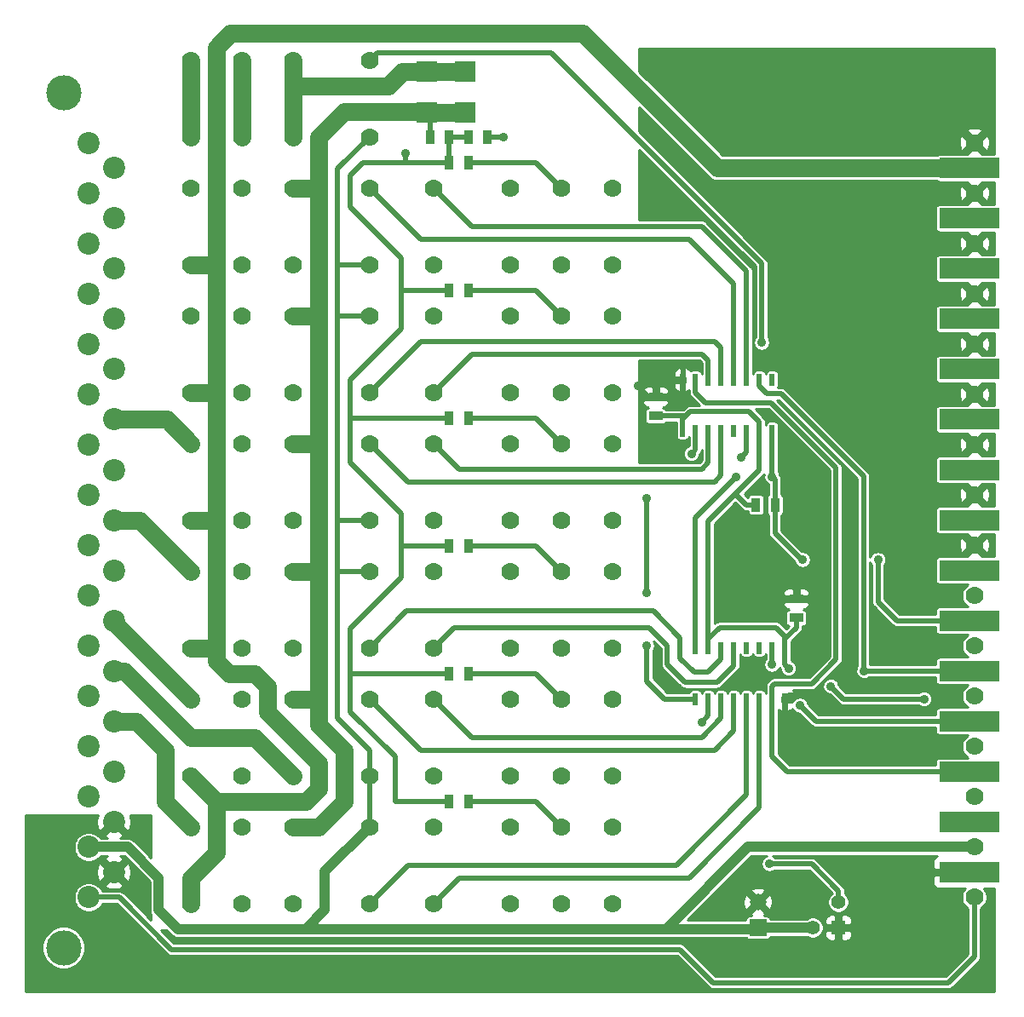
<source format=gtl>
G04 #@! TF.GenerationSoftware,KiCad,Pcbnew,(5.1.5)-3*
G04 #@! TF.CreationDate,2021-08-30T19:44:14+02:00*
G04 #@! TF.ProjectId,sbk6,73626b36-2e6b-4696-9361-645f70636258,0426 -*
G04 #@! TF.SameCoordinates,Original*
G04 #@! TF.FileFunction,Copper,L1,Top*
G04 #@! TF.FilePolarity,Positive*
%FSLAX46Y46*%
G04 Gerber Fmt 4.6, Leading zero omitted, Abs format (unit mm)*
G04 Created by KiCad (PCBNEW (5.1.5)-3) date 2021-08-30 19:44:14*
%MOMM*%
%LPD*%
G04 APERTURE LIST*
%ADD10R,1.397000X0.889000*%
%ADD11R,1.651000X1.651000*%
%ADD12C,1.651000*%
%ADD13R,1.998980X1.998980*%
%ADD14R,0.508000X1.143000*%
%ADD15C,3.500120*%
%ADD16C,2.199640*%
%ADD17C,1.778000*%
%ADD18R,5.999480X1.998980*%
%ADD19R,0.889000X1.397000*%
%ADD20C,1.397000*%
%ADD21R,1.397000X1.397000*%
%ADD22C,0.889000*%
%ADD23C,1.016000*%
%ADD24C,0.508000*%
%ADD25C,1.778000*%
%ADD26C,0.254000*%
G04 APERTURE END LIST*
D10*
X144018000Y-111315500D03*
X144018000Y-109410500D03*
X130048000Y-89344500D03*
X130048000Y-91249500D03*
D11*
X140208000Y-142113000D03*
D12*
X140208000Y-139573000D03*
D13*
X107315000Y-61053980D03*
X107315000Y-57056020D03*
X111125000Y-61053980D03*
X111125000Y-57056020D03*
D14*
X142875000Y-119380000D03*
X141605000Y-119380000D03*
X140335000Y-119380000D03*
X139065000Y-119380000D03*
X137795000Y-119380000D03*
X136525000Y-119380000D03*
X135255000Y-119380000D03*
X133985000Y-119380000D03*
X133985000Y-114300000D03*
X135255000Y-114300000D03*
X136525000Y-114300000D03*
X137795000Y-114300000D03*
X139065000Y-114300000D03*
X140335000Y-114300000D03*
X141605000Y-114300000D03*
X142875000Y-114300000D03*
X132715000Y-92710000D03*
X133985000Y-92710000D03*
X135255000Y-92710000D03*
X136525000Y-92710000D03*
X137795000Y-92710000D03*
X139065000Y-92710000D03*
X140335000Y-92710000D03*
X141605000Y-92710000D03*
X141605000Y-87630000D03*
X140335000Y-87630000D03*
X139065000Y-87630000D03*
X137795000Y-87630000D03*
X136525000Y-87630000D03*
X135255000Y-87630000D03*
X133985000Y-87630000D03*
X132715000Y-87630000D03*
D15*
X71198740Y-144101820D03*
D16*
X73700640Y-64099440D03*
X73698100Y-104099360D03*
X73698100Y-109100620D03*
X73698100Y-119100600D03*
X73698100Y-114099340D03*
X73698100Y-134099300D03*
X73698100Y-139100560D03*
X73698100Y-129100580D03*
X73698100Y-124099320D03*
X73698100Y-84099400D03*
X73698100Y-89100660D03*
X73698100Y-99100640D03*
X73698100Y-94099380D03*
X73698100Y-74099420D03*
X73698100Y-79100680D03*
X73698100Y-69100700D03*
X76200000Y-66601340D03*
X76200000Y-76601320D03*
X76200000Y-71600060D03*
X76200000Y-91600020D03*
X76200000Y-96601280D03*
X76200000Y-86601300D03*
X76200000Y-81600040D03*
X76200000Y-121599960D03*
X76200000Y-126601220D03*
X76200000Y-136601200D03*
X76200000Y-131599940D03*
X76200000Y-111599980D03*
X76200000Y-116601240D03*
X76200000Y-106601260D03*
X76200000Y-101600000D03*
D15*
X71198740Y-59100720D03*
D17*
X161719260Y-139100560D03*
D18*
X161218880Y-136601200D03*
D17*
X161719260Y-134099300D03*
D18*
X161218880Y-131599940D03*
D17*
X161719260Y-129100580D03*
D18*
X161218880Y-126601220D03*
D17*
X161719260Y-124099320D03*
D18*
X161218880Y-121599960D03*
D17*
X161719260Y-119100600D03*
D18*
X161218880Y-116601240D03*
D17*
X161719260Y-114099340D03*
D18*
X161218880Y-111599980D03*
D17*
X161719260Y-109100620D03*
D18*
X161218880Y-106601260D03*
D17*
X161719260Y-104099360D03*
D18*
X161218880Y-101600000D03*
D17*
X161719260Y-99100640D03*
D18*
X161218880Y-96601280D03*
D17*
X161719260Y-94099380D03*
D18*
X161218880Y-91600020D03*
D17*
X161719260Y-89100660D03*
D18*
X161218880Y-86601300D03*
D17*
X161719260Y-84099400D03*
D18*
X161218880Y-81600040D03*
D17*
X161719260Y-79100680D03*
D18*
X161218880Y-76601320D03*
D17*
X161719260Y-74099420D03*
D18*
X161218880Y-71600060D03*
D17*
X161719260Y-69100700D03*
D18*
X161218880Y-66601340D03*
D17*
X161719260Y-64099440D03*
D19*
X109537500Y-63500000D03*
X107632500Y-63500000D03*
X113347500Y-63500000D03*
X111442500Y-63500000D03*
X141922500Y-100076000D03*
X140017500Y-100076000D03*
X111442500Y-129540000D03*
X109537500Y-129540000D03*
X109537500Y-116840000D03*
X111442500Y-116840000D03*
X109537500Y-104140000D03*
X111442500Y-104140000D03*
X109537500Y-91440000D03*
X111442500Y-91440000D03*
X111442500Y-78740000D03*
X109537500Y-78740000D03*
X109537500Y-66040000D03*
X111442500Y-66040000D03*
D17*
X101600000Y-55880000D03*
X101600000Y-63500000D03*
X93980000Y-55880000D03*
X88900000Y-55880000D03*
X83820000Y-55880000D03*
X93980000Y-63500000D03*
X88900000Y-63500000D03*
X83820000Y-63500000D03*
X125730000Y-132080000D03*
X120650000Y-132080000D03*
X115570000Y-132080000D03*
X125730000Y-139700000D03*
X120650000Y-139700000D03*
X115570000Y-139700000D03*
X107950000Y-132080000D03*
X107950000Y-139700000D03*
X101600000Y-132080000D03*
X101600000Y-139700000D03*
X93980000Y-132080000D03*
X88900000Y-132080000D03*
X83820000Y-132080000D03*
X93980000Y-139700000D03*
X88900000Y-139700000D03*
X83820000Y-139700000D03*
X125730000Y-119380000D03*
X120650000Y-119380000D03*
X115570000Y-119380000D03*
X125730000Y-127000000D03*
X120650000Y-127000000D03*
X115570000Y-127000000D03*
X107950000Y-119380000D03*
X107950000Y-127000000D03*
X101600000Y-119380000D03*
X101600000Y-127000000D03*
X93980000Y-119380000D03*
X88900000Y-119380000D03*
X83820000Y-119380000D03*
X93980000Y-127000000D03*
X88900000Y-127000000D03*
X83820000Y-127000000D03*
X125730000Y-106680000D03*
X120650000Y-106680000D03*
X115570000Y-106680000D03*
X125730000Y-114300000D03*
X120650000Y-114300000D03*
X115570000Y-114300000D03*
X107950000Y-106680000D03*
X107950000Y-114300000D03*
X101600000Y-106680000D03*
X101600000Y-114300000D03*
X93980000Y-106680000D03*
X88900000Y-106680000D03*
X83820000Y-106680000D03*
X93980000Y-114300000D03*
X88900000Y-114300000D03*
X83820000Y-114300000D03*
X125730000Y-93980000D03*
X120650000Y-93980000D03*
X115570000Y-93980000D03*
X125730000Y-101600000D03*
X120650000Y-101600000D03*
X115570000Y-101600000D03*
X107950000Y-93980000D03*
X107950000Y-101600000D03*
X101600000Y-93980000D03*
X101600000Y-101600000D03*
X93980000Y-93980000D03*
X88900000Y-93980000D03*
X83820000Y-93980000D03*
X93980000Y-101600000D03*
X88900000Y-101600000D03*
X83820000Y-101600000D03*
X125730000Y-81280000D03*
X120650000Y-81280000D03*
X115570000Y-81280000D03*
X125730000Y-88900000D03*
X120650000Y-88900000D03*
X115570000Y-88900000D03*
X107950000Y-81280000D03*
X107950000Y-88900000D03*
X101600000Y-81280000D03*
X101600000Y-88900000D03*
X93980000Y-81280000D03*
X88900000Y-81280000D03*
X83820000Y-81280000D03*
X93980000Y-88900000D03*
X88900000Y-88900000D03*
X83820000Y-88900000D03*
X125730000Y-68580000D03*
X120650000Y-68580000D03*
X115570000Y-68580000D03*
X125730000Y-76200000D03*
X120650000Y-76200000D03*
X115570000Y-76200000D03*
X107950000Y-68580000D03*
X107950000Y-76200000D03*
X101600000Y-68580000D03*
X101600000Y-76200000D03*
X93980000Y-68580000D03*
X88900000Y-68580000D03*
X83820000Y-68580000D03*
X93980000Y-76200000D03*
X88900000Y-76200000D03*
X83820000Y-76200000D03*
D20*
X145669000Y-142113000D03*
D21*
X148209000Y-142113000D03*
D20*
X148209000Y-139573000D03*
D22*
X141351000Y-135763000D03*
X143256000Y-116332000D03*
X156718000Y-119380000D03*
X147447000Y-118110000D03*
X140589000Y-83947000D03*
X138557000Y-95377000D03*
X144399000Y-120015000D03*
X141605000Y-115951000D03*
X152146000Y-105537000D03*
X138049000Y-97282000D03*
X144653000Y-105537000D03*
X141605000Y-97282000D03*
X134620000Y-121666000D03*
X150749000Y-116586000D03*
X142875000Y-123698000D03*
X137795000Y-101092000D03*
X128270000Y-88265000D03*
X130048000Y-86487000D03*
X144018000Y-107442000D03*
X156845000Y-114173000D03*
X152146000Y-114173000D03*
X146177000Y-118999000D03*
X133096000Y-89789000D03*
X114935000Y-63500000D03*
X133604000Y-94996000D03*
X129159000Y-114046000D03*
X129159000Y-99441000D03*
X129159000Y-108839000D03*
X105156000Y-65176400D03*
D23*
X140081000Y-142240000D02*
X140208000Y-142113000D01*
X82550000Y-142240000D02*
X95377000Y-142240000D01*
X80645000Y-137160000D02*
X80645000Y-140335000D01*
X95377000Y-142240000D02*
X95250000Y-142240000D01*
X131064000Y-142240000D02*
X139204700Y-134099300D01*
X140208000Y-142113000D02*
X145669000Y-142113000D01*
X97155000Y-136525000D02*
X101600000Y-132080000D01*
D24*
X101600000Y-106680000D02*
X98425000Y-106680000D01*
D23*
X131064000Y-142240000D02*
X140081000Y-142240000D01*
D24*
X101600000Y-124460000D02*
X98425000Y-121285000D01*
X98425000Y-101600000D02*
X98425000Y-81280000D01*
X98425000Y-66675000D02*
X101600000Y-63500000D01*
D23*
X97155000Y-140335000D02*
X97155000Y-136525000D01*
X77584300Y-134099300D02*
X80645000Y-137160000D01*
X95250000Y-142240000D02*
X97155000Y-140335000D01*
D24*
X98425000Y-79375000D02*
X98425000Y-76200000D01*
X101600000Y-132080000D02*
X101600000Y-127000000D01*
D23*
X95377000Y-142240000D02*
X131064000Y-142240000D01*
D24*
X101600000Y-101600000D02*
X98425000Y-101600000D01*
X98425000Y-76200000D02*
X98425000Y-66675000D01*
X101600000Y-81280000D02*
X98425000Y-81280000D01*
X98425000Y-106680000D02*
X98425000Y-101600000D01*
X98425000Y-121285000D02*
X98425000Y-106680000D01*
D23*
X73698100Y-134099300D02*
X77584300Y-134099300D01*
D24*
X98425000Y-81280000D02*
X98425000Y-79375000D01*
X101600000Y-76200000D02*
X98425000Y-76200000D01*
D23*
X139204700Y-134099300D02*
X161719260Y-134099300D01*
X80645000Y-140335000D02*
X82550000Y-142240000D01*
D24*
X101600000Y-127000000D02*
X101600000Y-124460000D01*
X148717000Y-119380000D02*
X156718000Y-119380000D01*
X144018000Y-111315500D02*
X144018000Y-112268000D01*
X135255000Y-113411000D02*
X135255000Y-110109000D01*
X135255000Y-114300000D02*
X135255000Y-113411000D01*
X142875000Y-113411000D02*
X142875000Y-113157000D01*
X140335000Y-96647000D02*
X140335000Y-92710000D01*
X135255000Y-110109000D02*
X135255000Y-101727000D01*
X142875000Y-114300000D02*
X142875000Y-115951000D01*
X145542000Y-135763000D02*
X148209000Y-138430000D01*
X142875000Y-113411000D02*
X142875000Y-114300000D01*
X148209000Y-138430000D02*
X148209000Y-139573000D01*
X137985500Y-98996500D02*
X140335000Y-96647000D01*
X141986000Y-112268000D02*
X136398000Y-112268000D01*
X144018000Y-112268000D02*
X142875000Y-113411000D01*
X140335000Y-91821000D02*
X139319000Y-90805000D01*
X135255000Y-101727000D02*
X137985500Y-98996500D01*
X140335000Y-92710000D02*
X140335000Y-91821000D01*
X142875000Y-115951000D02*
X143256000Y-116332000D01*
X142875000Y-113157000D02*
X141986000Y-112268000D01*
X132715000Y-91567000D02*
X133477000Y-90805000D01*
X132715000Y-92710000D02*
X132715000Y-91567000D01*
X139319000Y-90805000D02*
X133477000Y-90805000D01*
X147447000Y-118110000D02*
X148717000Y-119380000D01*
X133032500Y-91249500D02*
X133477000Y-90805000D01*
X139065000Y-100076000D02*
X137985500Y-98996500D01*
X130048000Y-91249500D02*
X133032500Y-91249500D01*
X141351000Y-135763000D02*
X145542000Y-135763000D01*
X140017500Y-100076000D02*
X139065000Y-100076000D01*
X136398000Y-112268000D02*
X135255000Y-113411000D01*
D25*
X88900000Y-63500000D02*
X88900000Y-55880000D01*
D24*
X135763000Y-147574000D02*
X159131000Y-147574000D01*
X96139000Y-144272000D02*
X132461000Y-144272000D01*
X161719260Y-144985740D02*
X161719260Y-139100560D01*
X81915000Y-144272000D02*
X96139000Y-144272000D01*
X159131000Y-147574000D02*
X161719260Y-144985740D01*
X73698100Y-139100560D02*
X76743560Y-139100560D01*
X76743560Y-139100560D02*
X81915000Y-144272000D01*
X132461000Y-144272000D02*
X135763000Y-147574000D01*
X119634000Y-55118000D02*
X102362000Y-55118000D01*
X139065000Y-94869000D02*
X138557000Y-95377000D01*
X140589000Y-76073000D02*
X119634000Y-55118000D01*
X102362000Y-55118000D02*
X101600000Y-55880000D01*
X140589000Y-83947000D02*
X140589000Y-76073000D01*
X139065000Y-92710000D02*
X139065000Y-94869000D01*
X145983960Y-121599960D02*
X144399000Y-120015000D01*
X141605000Y-115951000D02*
X141605000Y-114300000D01*
X147828000Y-121599960D02*
X147894040Y-121599960D01*
X161719260Y-121599960D02*
X147828000Y-121599960D01*
X147828000Y-121599960D02*
X145983960Y-121599960D01*
X141605000Y-97282000D02*
X141605000Y-92710000D01*
X141922500Y-102933500D02*
X144526000Y-105537000D01*
X133985000Y-114300000D02*
X133985000Y-101346000D01*
X141922500Y-97599500D02*
X141605000Y-97282000D01*
X154017980Y-111599980D02*
X161719260Y-111599980D01*
X141922500Y-100076000D02*
X141922500Y-97599500D01*
X141922500Y-100076000D02*
X141922500Y-102933500D01*
X144526000Y-105537000D02*
X144653000Y-105537000D01*
X133985000Y-101346000D02*
X138049000Y-97282000D01*
X152146000Y-105537000D02*
X152146000Y-109728000D01*
X152146000Y-109728000D02*
X154017980Y-111599980D01*
X141097000Y-89027000D02*
X142494000Y-89027000D01*
X150749000Y-116601240D02*
X161719260Y-116601240D01*
X150733760Y-116601240D02*
X150733760Y-97266760D01*
X150749000Y-116586000D02*
X150749000Y-116601240D01*
X142494000Y-89027000D02*
X150733760Y-97266760D01*
X150733760Y-116601240D02*
X150749000Y-116601240D01*
X140335000Y-87630000D02*
X140335000Y-88265000D01*
X140335000Y-88265000D02*
X141097000Y-89027000D01*
X135255000Y-119380000D02*
X135255000Y-121031000D01*
X135255000Y-121031000D02*
X134620000Y-121666000D01*
X147955000Y-96393000D02*
X147955000Y-114935000D01*
X141605000Y-118110000D02*
X141605000Y-119380000D01*
X133985000Y-88900000D02*
X135001000Y-89916000D01*
X143111220Y-126601220D02*
X141605000Y-125095000D01*
X141859000Y-117856000D02*
X141605000Y-118110000D01*
X147955000Y-115443000D02*
X145542000Y-117856000D01*
X141605000Y-125095000D02*
X141605000Y-119380000D01*
X141478000Y-89916000D02*
X147955000Y-96393000D01*
X161719260Y-126601220D02*
X143111220Y-126601220D01*
X145542000Y-117856000D02*
X141859000Y-117856000D01*
X147955000Y-114935000D02*
X147955000Y-115443000D01*
X135001000Y-89916000D02*
X141478000Y-89916000D01*
X133985000Y-87630000D02*
X133985000Y-88900000D01*
X143256000Y-118999000D02*
X146177000Y-118999000D01*
X132715000Y-87630000D02*
X132715000Y-89408000D01*
X129349500Y-89344500D02*
X128270000Y-88265000D01*
X142875000Y-119380000D02*
X143256000Y-118999000D01*
X130048000Y-89344500D02*
X129349500Y-89344500D01*
X144018000Y-107442000D02*
X144018000Y-107315000D01*
X144018000Y-109410500D02*
X144018000Y-107442000D01*
X132715000Y-89408000D02*
X133096000Y-89789000D01*
X142875000Y-119380000D02*
X142875000Y-123698000D01*
X132715000Y-87630000D02*
X131191000Y-87630000D01*
X131191000Y-87630000D02*
X130048000Y-86487000D01*
X144018000Y-107315000D02*
X137795000Y-101092000D01*
D23*
X156845000Y-114173000D02*
X152146000Y-114173000D01*
D25*
X96520000Y-121920000D02*
X96520000Y-119380000D01*
X99060000Y-60960000D02*
X107221020Y-60960000D01*
X93980000Y-81280000D02*
X96520000Y-81280000D01*
X93980000Y-119380000D02*
X96520000Y-119380000D01*
X96520000Y-63500000D02*
X99060000Y-60960000D01*
D24*
X96520000Y-68580000D02*
X96520000Y-63500000D01*
X107632500Y-61371480D02*
X107315000Y-61053980D01*
D25*
X111031020Y-60960000D02*
X111125000Y-61053980D01*
X93980000Y-106680000D02*
X96520000Y-106680000D01*
X96520000Y-81280000D02*
X96520000Y-68580000D01*
D24*
X107632500Y-61371480D02*
X107315000Y-61053980D01*
X107632500Y-63500000D02*
X107632500Y-61371480D01*
D25*
X99060000Y-129540000D02*
X99060000Y-124460000D01*
X93980000Y-68580000D02*
X96520000Y-68580000D01*
X99060000Y-124460000D02*
X96520000Y-121920000D01*
X96520000Y-119380000D02*
X96520000Y-106680000D01*
D24*
X99060000Y-60960000D02*
X107221020Y-60960000D01*
D25*
X96520000Y-68580000D02*
X96520000Y-63500000D01*
D24*
X107221020Y-60960000D02*
X107632500Y-61371480D01*
D25*
X107315000Y-61053980D02*
X111125000Y-61053980D01*
D24*
X96520000Y-63500000D02*
X99060000Y-60960000D01*
D25*
X93980000Y-93980000D02*
X96520000Y-93980000D01*
X96520000Y-93980000D02*
X96520000Y-81280000D01*
X93980000Y-132080000D02*
X96520000Y-132080000D01*
D24*
X107315000Y-61053980D02*
X107632500Y-61371480D01*
D25*
X96520000Y-106680000D02*
X96520000Y-93980000D01*
X96520000Y-132080000D02*
X99060000Y-129540000D01*
D24*
X107632500Y-61371480D02*
X107632500Y-63500000D01*
D25*
X104868980Y-57056020D02*
X103505000Y-58420000D01*
X107315000Y-57056020D02*
X104868980Y-57056020D01*
X93980000Y-58420000D02*
X93980000Y-63500000D01*
X93980000Y-55880000D02*
X93980000Y-58420000D01*
X111125000Y-57056020D02*
X107315000Y-57056020D01*
X103505000Y-58420000D02*
X93980000Y-58420000D01*
D24*
X113347500Y-63500000D02*
X114935000Y-63500000D01*
X133350000Y-137160000D02*
X140335000Y-130175000D01*
X107950000Y-139700000D02*
X110490000Y-137160000D01*
X140335000Y-130175000D02*
X140335000Y-119380000D01*
X110490000Y-137160000D02*
X133350000Y-137160000D01*
X139065000Y-128905000D02*
X139065000Y-119380000D01*
X132080000Y-135890000D02*
X139065000Y-128905000D01*
X101600000Y-139700000D02*
X105410000Y-135890000D01*
X105410000Y-135890000D02*
X132080000Y-135890000D01*
X106680000Y-124460000D02*
X135890000Y-124460000D01*
X135890000Y-124460000D02*
X137795000Y-122555000D01*
X137795000Y-122555000D02*
X137795000Y-119380000D01*
X101600000Y-119380000D02*
X106680000Y-124460000D01*
X111760000Y-123190000D02*
X134620000Y-123190000D01*
X136525000Y-121285000D02*
X136525000Y-119380000D01*
X107950000Y-119380000D02*
X111760000Y-123190000D01*
X134620000Y-123190000D02*
X136525000Y-121285000D01*
X133985000Y-94615000D02*
X133985000Y-92710000D01*
X129159000Y-108839000D02*
X129159000Y-99441000D01*
X133985000Y-119380000D02*
X130937000Y-119380000D01*
X130937000Y-119380000D02*
X129159000Y-117602000D01*
X133604000Y-94996000D02*
X133985000Y-94615000D01*
X129159000Y-117602000D02*
X129159000Y-114046000D01*
X133858000Y-116713000D02*
X135255000Y-116713000D01*
X129794000Y-110617000D02*
X132461000Y-113284000D01*
X105283000Y-110617000D02*
X129794000Y-110617000D01*
X132461000Y-115316000D02*
X133858000Y-116713000D01*
X132461000Y-113284000D02*
X132461000Y-115316000D01*
X101600000Y-114300000D02*
X105283000Y-110617000D01*
X135255000Y-116713000D02*
X136525000Y-115443000D01*
X136525000Y-115443000D02*
X136525000Y-114300000D01*
X131191000Y-114046000D02*
X131191000Y-115951000D01*
X107950000Y-114300000D02*
X109982000Y-112268000D01*
X136144000Y-117729000D02*
X137795000Y-116078000D01*
X132969000Y-117729000D02*
X136144000Y-117729000D01*
X129413000Y-112268000D02*
X131191000Y-114046000D01*
X137795000Y-116078000D02*
X137795000Y-114300000D01*
X131191000Y-115951000D02*
X132969000Y-117729000D01*
X109982000Y-112268000D02*
X129413000Y-112268000D01*
X133350000Y-96520000D02*
X134620000Y-96520000D01*
X110490000Y-96520000D02*
X133350000Y-96520000D01*
X107950000Y-93980000D02*
X110490000Y-96520000D01*
X135255000Y-95885000D02*
X135255000Y-92710000D01*
X134620000Y-96520000D02*
X135255000Y-95885000D01*
X105410000Y-97790000D02*
X135890000Y-97790000D01*
X136525000Y-97155000D02*
X136525000Y-92710000D01*
X135890000Y-97790000D02*
X136525000Y-97155000D01*
X101600000Y-93980000D02*
X105410000Y-97790000D01*
X139065000Y-76835000D02*
X139065000Y-87630000D01*
X107950000Y-68580000D02*
X111760000Y-72390000D01*
X134620000Y-72390000D02*
X139065000Y-76835000D01*
X111760000Y-72390000D02*
X134620000Y-72390000D01*
X133350000Y-73660000D02*
X137795000Y-78105000D01*
X137795000Y-78105000D02*
X137795000Y-87630000D01*
X101600000Y-68580000D02*
X106680000Y-73660000D01*
X106680000Y-73660000D02*
X133350000Y-73660000D01*
X101600000Y-88900000D02*
X106680000Y-83820000D01*
X106680000Y-83820000D02*
X135890000Y-83820000D01*
X135890000Y-83820000D02*
X136525000Y-84455000D01*
X136525000Y-84455000D02*
X136525000Y-87630000D01*
X134620000Y-85090000D02*
X135255000Y-85725000D01*
X135255000Y-85725000D02*
X135255000Y-87630000D01*
X107950000Y-88900000D02*
X111760000Y-85090000D01*
X111760000Y-85090000D02*
X134620000Y-85090000D01*
D25*
X76200000Y-111599980D02*
X76200000Y-111760000D01*
X76200000Y-111760000D02*
X83820000Y-119380000D01*
X81280000Y-124460000D02*
X81280000Y-129540000D01*
X78419960Y-121599960D02*
X81280000Y-124460000D01*
X76200000Y-121599960D02*
X78419960Y-121599960D01*
X81280000Y-129540000D02*
X83820000Y-132080000D01*
D24*
X104140000Y-129540000D02*
X104140000Y-127635000D01*
X109537500Y-104140000D02*
X104775000Y-104140000D01*
X99695000Y-120650000D02*
X99695000Y-116840000D01*
X109537500Y-78740000D02*
X104775000Y-78740000D01*
X104775000Y-104140000D02*
X104775000Y-100965000D01*
X109537500Y-91440000D02*
X99695000Y-91440000D01*
X99695000Y-87630000D02*
X104775000Y-82550000D01*
X99695000Y-87630000D02*
X99695000Y-91440000D01*
X104775000Y-107315000D02*
X104775000Y-104140000D01*
X109537500Y-116840000D02*
X99695000Y-116840000D01*
X99695000Y-116840000D02*
X99695000Y-112395000D01*
D25*
X83820000Y-55880000D02*
X83820000Y-63500000D01*
D24*
X109537500Y-63500000D02*
X109537500Y-66040000D01*
X104775000Y-100965000D02*
X99695000Y-95885000D01*
X104775000Y-82550000D02*
X104775000Y-78740000D01*
X105156000Y-65176400D02*
X105156000Y-66040000D01*
X104140000Y-125095000D02*
X99695000Y-120650000D01*
X99695000Y-95885000D02*
X99695000Y-91440000D01*
X109537500Y-66040000D02*
X105156000Y-66040000D01*
X105156000Y-66040000D02*
X100965000Y-66040000D01*
X104775000Y-75565000D02*
X104775000Y-78740000D01*
X99695000Y-67310000D02*
X99695000Y-70485000D01*
X99695000Y-70485000D02*
X104775000Y-75565000D01*
X100965000Y-66040000D02*
X99695000Y-67310000D01*
X104140000Y-127635000D02*
X104140000Y-125095000D01*
X109537500Y-129540000D02*
X104140000Y-129540000D01*
X99695000Y-112395000D02*
X104775000Y-107315000D01*
X111442500Y-63500000D02*
X109537500Y-63500000D01*
D25*
X81440020Y-91600020D02*
X83820000Y-93980000D01*
X76200000Y-91600020D02*
X81440020Y-91600020D01*
X78740000Y-101600000D02*
X83820000Y-106680000D01*
X76200000Y-101600000D02*
X78740000Y-101600000D01*
X77231240Y-116601240D02*
X83820000Y-123190000D01*
X83820000Y-123190000D02*
X90170000Y-123190000D01*
X76200000Y-116601240D02*
X77231240Y-116601240D01*
X90170000Y-123190000D02*
X93980000Y-127000000D01*
X122809000Y-53213000D02*
X136197340Y-66601340D01*
X83820000Y-114300000D02*
X86360000Y-114300000D01*
X87757000Y-53213000D02*
X122809000Y-53213000D01*
X83820000Y-88900000D02*
X86360000Y-88900000D01*
X86360000Y-101600000D02*
X86360000Y-88900000D01*
X95250000Y-129540000D02*
X96520000Y-128270000D01*
X90170000Y-116840000D02*
X87630000Y-116840000D01*
X86360000Y-115570000D02*
X86360000Y-114300000D01*
X86360000Y-129540000D02*
X83820000Y-127000000D01*
X86360000Y-134620000D02*
X86360000Y-129540000D01*
X86360000Y-54610000D02*
X87757000Y-53213000D01*
X83820000Y-76200000D02*
X86360000Y-76200000D01*
X91440000Y-118110000D02*
X90170000Y-116840000D01*
X83820000Y-139700000D02*
X83820000Y-137160000D01*
X86360000Y-63500000D02*
X86360000Y-54610000D01*
X87630000Y-116840000D02*
X86360000Y-115570000D01*
X96520000Y-128270000D02*
X96520000Y-125730000D01*
X83820000Y-101600000D02*
X86360000Y-101600000D01*
X96520000Y-125730000D02*
X91440000Y-120650000D01*
X86360000Y-114300000D02*
X86360000Y-111760000D01*
X86360000Y-129540000D02*
X95250000Y-129540000D01*
X86360000Y-111760000D02*
X86360000Y-101600000D01*
X91440000Y-120650000D02*
X91440000Y-118110000D01*
X136197340Y-66601340D02*
X161719260Y-66601340D01*
X86360000Y-76200000D02*
X86360000Y-63500000D01*
X86360000Y-88900000D02*
X86360000Y-76200000D01*
X83820000Y-137160000D02*
X86360000Y-134620000D01*
D24*
X120650000Y-132080000D02*
X118110000Y-129540000D01*
X118110000Y-129540000D02*
X111442500Y-129540000D01*
X118110000Y-116840000D02*
X120650000Y-119380000D01*
X111442500Y-116840000D02*
X118110000Y-116840000D01*
X120650000Y-106680000D02*
X118110000Y-104140000D01*
X118110000Y-104140000D02*
X111442500Y-104140000D01*
X120650000Y-93980000D02*
X118110000Y-91440000D01*
X118110000Y-91440000D02*
X111442500Y-91440000D01*
X111442500Y-78740000D02*
X118110000Y-78740000D01*
X118110000Y-78740000D02*
X120650000Y-81280000D01*
X111442500Y-66040000D02*
X118110000Y-66040000D01*
X118110000Y-66040000D02*
X120650000Y-68580000D01*
D26*
G36*
X74527468Y-131108583D02*
G01*
X74463746Y-131444319D01*
X74466747Y-131786035D01*
X74536356Y-132120600D01*
X74655464Y-132408150D01*
X74914499Y-132526231D01*
X75840790Y-131599940D01*
X75826648Y-131585798D01*
X76185858Y-131226588D01*
X76200000Y-131240730D01*
X76214143Y-131226588D01*
X76573353Y-131585798D01*
X76559210Y-131599940D01*
X77485501Y-132526231D01*
X77744536Y-132408150D01*
X77872532Y-132091297D01*
X77936254Y-131755561D01*
X77933253Y-131413845D01*
X77863644Y-131079280D01*
X77804709Y-130937000D01*
X79883000Y-130937000D01*
X79883000Y-135140764D01*
X78243799Y-133501564D01*
X78215959Y-133467641D01*
X78080591Y-133356547D01*
X77926151Y-133273997D01*
X77758574Y-133223164D01*
X77627967Y-133210300D01*
X77627960Y-133210300D01*
X77584300Y-133206000D01*
X77540640Y-133210300D01*
X76849298Y-133210300D01*
X77008210Y-133144476D01*
X77126291Y-132885441D01*
X76200000Y-131959150D01*
X75273709Y-132885441D01*
X75391790Y-133144476D01*
X75554737Y-133210300D01*
X74885056Y-133210300D01*
X74848328Y-133155332D01*
X74642068Y-132949072D01*
X74399531Y-132787014D01*
X74130039Y-132675387D01*
X73843948Y-132618480D01*
X73552252Y-132618480D01*
X73266161Y-132675387D01*
X72996669Y-132787014D01*
X72754132Y-132949072D01*
X72547872Y-133155332D01*
X72385814Y-133397869D01*
X72274187Y-133667361D01*
X72217280Y-133953452D01*
X72217280Y-134245148D01*
X72274187Y-134531239D01*
X72385814Y-134800731D01*
X72547872Y-135043268D01*
X72754132Y-135249528D01*
X72996669Y-135411586D01*
X73266161Y-135523213D01*
X73552252Y-135580120D01*
X73843948Y-135580120D01*
X74130039Y-135523213D01*
X74399531Y-135411586D01*
X74642068Y-135249528D01*
X74848328Y-135043268D01*
X74885056Y-134988300D01*
X75556834Y-134988300D01*
X75391790Y-135056664D01*
X75273709Y-135315699D01*
X76200000Y-136241990D01*
X77126291Y-135315699D01*
X77008210Y-135056664D01*
X76838976Y-134988300D01*
X77216065Y-134988300D01*
X79756000Y-137528236D01*
X79756001Y-140291330D01*
X79751700Y-140335000D01*
X79768864Y-140509274D01*
X79819698Y-140676852D01*
X79883000Y-140795281D01*
X79883000Y-141341975D01*
X77214634Y-138673610D01*
X77194745Y-138649375D01*
X77098054Y-138570023D01*
X76987740Y-138511058D01*
X76868042Y-138474748D01*
X76774752Y-138465560D01*
X76774741Y-138465560D01*
X76743560Y-138462489D01*
X76712379Y-138465560D01*
X75037903Y-138465560D01*
X75010386Y-138399129D01*
X74848328Y-138156592D01*
X74642068Y-137950332D01*
X74546838Y-137886701D01*
X75273709Y-137886701D01*
X75391790Y-138145736D01*
X75708643Y-138273732D01*
X76044379Y-138337454D01*
X76386095Y-138334453D01*
X76720660Y-138264844D01*
X77008210Y-138145736D01*
X77126291Y-137886701D01*
X76200000Y-136960410D01*
X75273709Y-137886701D01*
X74546838Y-137886701D01*
X74399531Y-137788274D01*
X74130039Y-137676647D01*
X73843948Y-137619740D01*
X73552252Y-137619740D01*
X73266161Y-137676647D01*
X72996669Y-137788274D01*
X72754132Y-137950332D01*
X72547872Y-138156592D01*
X72385814Y-138399129D01*
X72274187Y-138668621D01*
X72217280Y-138954712D01*
X72217280Y-139246408D01*
X72274187Y-139532499D01*
X72385814Y-139801991D01*
X72547872Y-140044528D01*
X72754132Y-140250788D01*
X72996669Y-140412846D01*
X73266161Y-140524473D01*
X73552252Y-140581380D01*
X73843948Y-140581380D01*
X74130039Y-140524473D01*
X74399531Y-140412846D01*
X74642068Y-140250788D01*
X74848328Y-140044528D01*
X75010386Y-139801991D01*
X75037903Y-139735560D01*
X76480536Y-139735560D01*
X81443935Y-144698961D01*
X81463815Y-144723185D01*
X81488039Y-144743065D01*
X81488043Y-144743069D01*
X81560506Y-144802538D01*
X81670367Y-144861260D01*
X81670820Y-144861502D01*
X81790518Y-144897812D01*
X81883808Y-144907000D01*
X81883811Y-144907000D01*
X81915000Y-144910072D01*
X81946189Y-144907000D01*
X132197976Y-144907000D01*
X135291930Y-148000955D01*
X135311815Y-148025185D01*
X135408506Y-148104537D01*
X135518820Y-148163502D01*
X135638518Y-148199812D01*
X135731808Y-148209000D01*
X135731818Y-148209000D01*
X135762999Y-148212071D01*
X135794180Y-148209000D01*
X159099819Y-148209000D01*
X159131000Y-148212071D01*
X159162181Y-148209000D01*
X159162192Y-148209000D01*
X159255482Y-148199812D01*
X159375180Y-148163502D01*
X159485494Y-148104537D01*
X159582185Y-148025185D01*
X159602074Y-148000950D01*
X162146222Y-145456804D01*
X162170445Y-145436925D01*
X162190328Y-145412698D01*
X162249797Y-145340235D01*
X162270336Y-145301809D01*
X162308762Y-145229920D01*
X162345072Y-145110222D01*
X162354260Y-145016932D01*
X162354260Y-145016922D01*
X162357331Y-144985741D01*
X162354260Y-144954560D01*
X162354260Y-140203682D01*
X162528838Y-140087033D01*
X162705733Y-139910138D01*
X162844719Y-139702131D01*
X162940455Y-139471005D01*
X162989260Y-139225644D01*
X162989260Y-138975476D01*
X162940455Y-138730115D01*
X162844719Y-138498989D01*
X162705733Y-138290982D01*
X162651652Y-138236901D01*
X163703000Y-138238150D01*
X163703000Y-148463000D01*
X67437000Y-148463000D01*
X67437000Y-143891929D01*
X69067680Y-143891929D01*
X69067680Y-144311711D01*
X69149576Y-144723427D01*
X69310219Y-145111255D01*
X69543438Y-145460291D01*
X69840269Y-145757122D01*
X70189305Y-145990341D01*
X70577133Y-146150984D01*
X70988849Y-146232880D01*
X71408631Y-146232880D01*
X71820347Y-146150984D01*
X72208175Y-145990341D01*
X72557211Y-145757122D01*
X72854042Y-145460291D01*
X73087261Y-145111255D01*
X73247904Y-144723427D01*
X73329800Y-144311711D01*
X73329800Y-143891929D01*
X73247904Y-143480213D01*
X73087261Y-143092385D01*
X72854042Y-142743349D01*
X72557211Y-142446518D01*
X72208175Y-142213299D01*
X71820347Y-142052656D01*
X71408631Y-141970760D01*
X70988849Y-141970760D01*
X70577133Y-142052656D01*
X70189305Y-142213299D01*
X69840269Y-142446518D01*
X69543438Y-142743349D01*
X69310219Y-143092385D01*
X69149576Y-143480213D01*
X69067680Y-143891929D01*
X67437000Y-143891929D01*
X67437000Y-136445579D01*
X74463746Y-136445579D01*
X74466747Y-136787295D01*
X74536356Y-137121860D01*
X74655464Y-137409410D01*
X74914499Y-137527491D01*
X75840790Y-136601200D01*
X76559210Y-136601200D01*
X77485501Y-137527491D01*
X77744536Y-137409410D01*
X77872532Y-137092557D01*
X77936254Y-136756821D01*
X77933253Y-136415105D01*
X77863644Y-136080540D01*
X77744536Y-135792990D01*
X77485501Y-135674909D01*
X76559210Y-136601200D01*
X75840790Y-136601200D01*
X74914499Y-135674909D01*
X74655464Y-135792990D01*
X74527468Y-136109843D01*
X74463746Y-136445579D01*
X67437000Y-136445579D01*
X67437000Y-130937000D01*
X74596781Y-130937000D01*
X74527468Y-131108583D01*
G37*
X74527468Y-131108583D02*
X74463746Y-131444319D01*
X74466747Y-131786035D01*
X74536356Y-132120600D01*
X74655464Y-132408150D01*
X74914499Y-132526231D01*
X75840790Y-131599940D01*
X75826648Y-131585798D01*
X76185858Y-131226588D01*
X76200000Y-131240730D01*
X76214143Y-131226588D01*
X76573353Y-131585798D01*
X76559210Y-131599940D01*
X77485501Y-132526231D01*
X77744536Y-132408150D01*
X77872532Y-132091297D01*
X77936254Y-131755561D01*
X77933253Y-131413845D01*
X77863644Y-131079280D01*
X77804709Y-130937000D01*
X79883000Y-130937000D01*
X79883000Y-135140764D01*
X78243799Y-133501564D01*
X78215959Y-133467641D01*
X78080591Y-133356547D01*
X77926151Y-133273997D01*
X77758574Y-133223164D01*
X77627967Y-133210300D01*
X77627960Y-133210300D01*
X77584300Y-133206000D01*
X77540640Y-133210300D01*
X76849298Y-133210300D01*
X77008210Y-133144476D01*
X77126291Y-132885441D01*
X76200000Y-131959150D01*
X75273709Y-132885441D01*
X75391790Y-133144476D01*
X75554737Y-133210300D01*
X74885056Y-133210300D01*
X74848328Y-133155332D01*
X74642068Y-132949072D01*
X74399531Y-132787014D01*
X74130039Y-132675387D01*
X73843948Y-132618480D01*
X73552252Y-132618480D01*
X73266161Y-132675387D01*
X72996669Y-132787014D01*
X72754132Y-132949072D01*
X72547872Y-133155332D01*
X72385814Y-133397869D01*
X72274187Y-133667361D01*
X72217280Y-133953452D01*
X72217280Y-134245148D01*
X72274187Y-134531239D01*
X72385814Y-134800731D01*
X72547872Y-135043268D01*
X72754132Y-135249528D01*
X72996669Y-135411586D01*
X73266161Y-135523213D01*
X73552252Y-135580120D01*
X73843948Y-135580120D01*
X74130039Y-135523213D01*
X74399531Y-135411586D01*
X74642068Y-135249528D01*
X74848328Y-135043268D01*
X74885056Y-134988300D01*
X75556834Y-134988300D01*
X75391790Y-135056664D01*
X75273709Y-135315699D01*
X76200000Y-136241990D01*
X77126291Y-135315699D01*
X77008210Y-135056664D01*
X76838976Y-134988300D01*
X77216065Y-134988300D01*
X79756000Y-137528236D01*
X79756001Y-140291330D01*
X79751700Y-140335000D01*
X79768864Y-140509274D01*
X79819698Y-140676852D01*
X79883000Y-140795281D01*
X79883000Y-141341975D01*
X77214634Y-138673610D01*
X77194745Y-138649375D01*
X77098054Y-138570023D01*
X76987740Y-138511058D01*
X76868042Y-138474748D01*
X76774752Y-138465560D01*
X76774741Y-138465560D01*
X76743560Y-138462489D01*
X76712379Y-138465560D01*
X75037903Y-138465560D01*
X75010386Y-138399129D01*
X74848328Y-138156592D01*
X74642068Y-137950332D01*
X74546838Y-137886701D01*
X75273709Y-137886701D01*
X75391790Y-138145736D01*
X75708643Y-138273732D01*
X76044379Y-138337454D01*
X76386095Y-138334453D01*
X76720660Y-138264844D01*
X77008210Y-138145736D01*
X77126291Y-137886701D01*
X76200000Y-136960410D01*
X75273709Y-137886701D01*
X74546838Y-137886701D01*
X74399531Y-137788274D01*
X74130039Y-137676647D01*
X73843948Y-137619740D01*
X73552252Y-137619740D01*
X73266161Y-137676647D01*
X72996669Y-137788274D01*
X72754132Y-137950332D01*
X72547872Y-138156592D01*
X72385814Y-138399129D01*
X72274187Y-138668621D01*
X72217280Y-138954712D01*
X72217280Y-139246408D01*
X72274187Y-139532499D01*
X72385814Y-139801991D01*
X72547872Y-140044528D01*
X72754132Y-140250788D01*
X72996669Y-140412846D01*
X73266161Y-140524473D01*
X73552252Y-140581380D01*
X73843948Y-140581380D01*
X74130039Y-140524473D01*
X74399531Y-140412846D01*
X74642068Y-140250788D01*
X74848328Y-140044528D01*
X75010386Y-139801991D01*
X75037903Y-139735560D01*
X76480536Y-139735560D01*
X81443935Y-144698961D01*
X81463815Y-144723185D01*
X81488039Y-144743065D01*
X81488043Y-144743069D01*
X81560506Y-144802538D01*
X81670367Y-144861260D01*
X81670820Y-144861502D01*
X81790518Y-144897812D01*
X81883808Y-144907000D01*
X81883811Y-144907000D01*
X81915000Y-144910072D01*
X81946189Y-144907000D01*
X132197976Y-144907000D01*
X135291930Y-148000955D01*
X135311815Y-148025185D01*
X135408506Y-148104537D01*
X135518820Y-148163502D01*
X135638518Y-148199812D01*
X135731808Y-148209000D01*
X135731818Y-148209000D01*
X135762999Y-148212071D01*
X135794180Y-148209000D01*
X159099819Y-148209000D01*
X159131000Y-148212071D01*
X159162181Y-148209000D01*
X159162192Y-148209000D01*
X159255482Y-148199812D01*
X159375180Y-148163502D01*
X159485494Y-148104537D01*
X159582185Y-148025185D01*
X159602074Y-148000950D01*
X162146222Y-145456804D01*
X162170445Y-145436925D01*
X162190328Y-145412698D01*
X162249797Y-145340235D01*
X162270336Y-145301809D01*
X162308762Y-145229920D01*
X162345072Y-145110222D01*
X162354260Y-145016932D01*
X162354260Y-145016922D01*
X162357331Y-144985741D01*
X162354260Y-144954560D01*
X162354260Y-140203682D01*
X162528838Y-140087033D01*
X162705733Y-139910138D01*
X162844719Y-139702131D01*
X162940455Y-139471005D01*
X162989260Y-139225644D01*
X162989260Y-138975476D01*
X162940455Y-138730115D01*
X162844719Y-138498989D01*
X162705733Y-138290982D01*
X162651652Y-138236901D01*
X163703000Y-138238150D01*
X163703000Y-148463000D01*
X67437000Y-148463000D01*
X67437000Y-143891929D01*
X69067680Y-143891929D01*
X69067680Y-144311711D01*
X69149576Y-144723427D01*
X69310219Y-145111255D01*
X69543438Y-145460291D01*
X69840269Y-145757122D01*
X70189305Y-145990341D01*
X70577133Y-146150984D01*
X70988849Y-146232880D01*
X71408631Y-146232880D01*
X71820347Y-146150984D01*
X72208175Y-145990341D01*
X72557211Y-145757122D01*
X72854042Y-145460291D01*
X73087261Y-145111255D01*
X73247904Y-144723427D01*
X73329800Y-144311711D01*
X73329800Y-143891929D01*
X73247904Y-143480213D01*
X73087261Y-143092385D01*
X72854042Y-142743349D01*
X72557211Y-142446518D01*
X72208175Y-142213299D01*
X71820347Y-142052656D01*
X71408631Y-141970760D01*
X70988849Y-141970760D01*
X70577133Y-142052656D01*
X70189305Y-142213299D01*
X69840269Y-142446518D01*
X69543438Y-142743349D01*
X69310219Y-143092385D01*
X69149576Y-143480213D01*
X69067680Y-143891929D01*
X67437000Y-143891929D01*
X67437000Y-136445579D01*
X74463746Y-136445579D01*
X74466747Y-136787295D01*
X74536356Y-137121860D01*
X74655464Y-137409410D01*
X74914499Y-137527491D01*
X75840790Y-136601200D01*
X76559210Y-136601200D01*
X77485501Y-137527491D01*
X77744536Y-137409410D01*
X77872532Y-137092557D01*
X77936254Y-136756821D01*
X77933253Y-136415105D01*
X77863644Y-136080540D01*
X77744536Y-135792990D01*
X77485501Y-135674909D01*
X76559210Y-136601200D01*
X75840790Y-136601200D01*
X74914499Y-135674909D01*
X74655464Y-135792990D01*
X74527468Y-136109843D01*
X74463746Y-136445579D01*
X67437000Y-136445579D01*
X67437000Y-130937000D01*
X74596781Y-130937000D01*
X74527468Y-131108583D01*
G36*
X140959979Y-135031452D02*
G01*
X140824775Y-135121792D01*
X140709792Y-135236775D01*
X140619452Y-135371979D01*
X140557224Y-135522211D01*
X140525500Y-135681695D01*
X140525500Y-135844305D01*
X140557224Y-136003789D01*
X140619452Y-136154021D01*
X140709792Y-136289225D01*
X140824775Y-136404208D01*
X140959979Y-136494548D01*
X141110211Y-136556776D01*
X141269695Y-136588500D01*
X141432305Y-136588500D01*
X141591789Y-136556776D01*
X141742021Y-136494548D01*
X141877225Y-136404208D01*
X141883433Y-136398000D01*
X145278976Y-136398000D01*
X147574000Y-138693026D01*
X147574000Y-138698990D01*
X147520859Y-138734498D01*
X147370498Y-138884859D01*
X147252360Y-139061665D01*
X147170985Y-139258122D01*
X147129500Y-139466679D01*
X147129500Y-139679321D01*
X147170985Y-139887878D01*
X147252360Y-140084335D01*
X147370498Y-140261141D01*
X147520859Y-140411502D01*
X147697665Y-140529640D01*
X147894122Y-140611015D01*
X148102679Y-140652500D01*
X148315321Y-140652500D01*
X148523878Y-140611015D01*
X148720335Y-140529640D01*
X148897141Y-140411502D01*
X149047502Y-140261141D01*
X149165640Y-140084335D01*
X149247015Y-139887878D01*
X149288500Y-139679321D01*
X149288500Y-139466679D01*
X149247015Y-139258122D01*
X149165640Y-139061665D01*
X149047502Y-138884859D01*
X148897141Y-138734498D01*
X148844000Y-138698990D01*
X148844000Y-138461189D01*
X148847072Y-138430000D01*
X148844000Y-138398808D01*
X148834812Y-138305518D01*
X148798502Y-138185820D01*
X148781501Y-138154013D01*
X148739538Y-138075506D01*
X148680069Y-138003043D01*
X148680065Y-138003039D01*
X148660185Y-137978815D01*
X148635962Y-137958936D01*
X146013074Y-135336050D01*
X145993185Y-135311815D01*
X145896494Y-135232463D01*
X145786180Y-135173498D01*
X145666482Y-135137188D01*
X145573192Y-135128000D01*
X145573181Y-135128000D01*
X145542000Y-135124929D01*
X145510819Y-135128000D01*
X141883433Y-135128000D01*
X141877225Y-135121792D01*
X141742021Y-135031452D01*
X141637843Y-134988300D01*
X158053774Y-134988300D01*
X157974960Y-135012208D01*
X157864646Y-135071173D01*
X157767955Y-135150525D01*
X157688603Y-135247216D01*
X157629638Y-135357530D01*
X157593328Y-135477228D01*
X157581068Y-135601710D01*
X157584140Y-136188450D01*
X157742890Y-136347200D01*
X160964880Y-136347200D01*
X160964880Y-136327200D01*
X161472880Y-136327200D01*
X161472880Y-136347200D01*
X161492880Y-136347200D01*
X161492880Y-136855200D01*
X161472880Y-136855200D01*
X161472880Y-136875200D01*
X160964880Y-136875200D01*
X160964880Y-136855200D01*
X157742890Y-136855200D01*
X157584140Y-137013950D01*
X157581068Y-137600690D01*
X157593328Y-137725172D01*
X157629638Y-137844870D01*
X157688603Y-137955184D01*
X157767955Y-138051875D01*
X157864646Y-138131227D01*
X157974960Y-138190192D01*
X158094658Y-138226502D01*
X158219140Y-138238762D01*
X160788058Y-138235711D01*
X160732787Y-138290982D01*
X160593801Y-138498989D01*
X160498065Y-138730115D01*
X160449260Y-138975476D01*
X160449260Y-139225644D01*
X160498065Y-139471005D01*
X160593801Y-139702131D01*
X160732787Y-139910138D01*
X160909682Y-140087033D01*
X161084261Y-140203683D01*
X161084260Y-144722714D01*
X158867976Y-146939000D01*
X136026025Y-146939000D01*
X132932074Y-143845050D01*
X132912185Y-143820815D01*
X132815494Y-143741463D01*
X132705180Y-143682498D01*
X132585482Y-143646188D01*
X132492192Y-143637000D01*
X132492181Y-143637000D01*
X132461000Y-143633929D01*
X132429819Y-143637000D01*
X82178026Y-143637000D01*
X80908025Y-142367000D01*
X81419764Y-142367000D01*
X81890506Y-142837742D01*
X81918341Y-142871659D01*
X82053709Y-142982753D01*
X82208149Y-143065303D01*
X82273109Y-143085008D01*
X82375725Y-143116136D01*
X82392325Y-143117771D01*
X82506333Y-143129000D01*
X82506340Y-143129000D01*
X82550000Y-143133300D01*
X82593660Y-143129000D01*
X95206340Y-143129000D01*
X95250000Y-143133300D01*
X95293660Y-143129000D01*
X131020340Y-143129000D01*
X131064000Y-143133300D01*
X131107660Y-143129000D01*
X139052314Y-143129000D01*
X139064178Y-143151196D01*
X139111789Y-143209211D01*
X139169804Y-143256822D01*
X139235992Y-143292201D01*
X139307811Y-143313987D01*
X139382500Y-143321343D01*
X141033500Y-143321343D01*
X141108189Y-143313987D01*
X141180008Y-143292201D01*
X141246196Y-143256822D01*
X141304211Y-143209211D01*
X141351822Y-143151196D01*
X141387201Y-143085008D01*
X141408987Y-143013189D01*
X141410089Y-143002000D01*
X145056435Y-143002000D01*
X145157665Y-143069640D01*
X145354122Y-143151015D01*
X145562679Y-143192500D01*
X145775321Y-143192500D01*
X145983878Y-143151015D01*
X146180335Y-143069640D01*
X146357141Y-142951502D01*
X146497143Y-142811500D01*
X146872428Y-142811500D01*
X146884688Y-142935982D01*
X146920998Y-143055680D01*
X146979963Y-143165994D01*
X147059315Y-143262685D01*
X147156006Y-143342037D01*
X147266320Y-143401002D01*
X147386018Y-143437312D01*
X147510500Y-143449572D01*
X147796250Y-143446500D01*
X147955000Y-143287750D01*
X147955000Y-142367000D01*
X148463000Y-142367000D01*
X148463000Y-143287750D01*
X148621750Y-143446500D01*
X148907500Y-143449572D01*
X149031982Y-143437312D01*
X149151680Y-143401002D01*
X149261994Y-143342037D01*
X149358685Y-143262685D01*
X149438037Y-143165994D01*
X149497002Y-143055680D01*
X149533312Y-142935982D01*
X149545572Y-142811500D01*
X149542500Y-142525750D01*
X149383750Y-142367000D01*
X148463000Y-142367000D01*
X147955000Y-142367000D01*
X147034250Y-142367000D01*
X146875500Y-142525750D01*
X146872428Y-142811500D01*
X146497143Y-142811500D01*
X146507502Y-142801141D01*
X146625640Y-142624335D01*
X146707015Y-142427878D01*
X146748500Y-142219321D01*
X146748500Y-142006679D01*
X146707015Y-141798122D01*
X146625640Y-141601665D01*
X146507502Y-141424859D01*
X146497143Y-141414500D01*
X146872428Y-141414500D01*
X146875500Y-141700250D01*
X147034250Y-141859000D01*
X147955000Y-141859000D01*
X147955000Y-140938250D01*
X148463000Y-140938250D01*
X148463000Y-141859000D01*
X149383750Y-141859000D01*
X149542500Y-141700250D01*
X149545572Y-141414500D01*
X149533312Y-141290018D01*
X149497002Y-141170320D01*
X149438037Y-141060006D01*
X149358685Y-140963315D01*
X149261994Y-140883963D01*
X149151680Y-140824998D01*
X149031982Y-140788688D01*
X148907500Y-140776428D01*
X148621750Y-140779500D01*
X148463000Y-140938250D01*
X147955000Y-140938250D01*
X147796250Y-140779500D01*
X147510500Y-140776428D01*
X147386018Y-140788688D01*
X147266320Y-140824998D01*
X147156006Y-140883963D01*
X147059315Y-140963315D01*
X146979963Y-141060006D01*
X146920998Y-141170320D01*
X146884688Y-141290018D01*
X146872428Y-141414500D01*
X146497143Y-141414500D01*
X146357141Y-141274498D01*
X146180335Y-141156360D01*
X145983878Y-141074985D01*
X145775321Y-141033500D01*
X145562679Y-141033500D01*
X145354122Y-141074985D01*
X145157665Y-141156360D01*
X145056435Y-141224000D01*
X141410089Y-141224000D01*
X141408987Y-141212811D01*
X141387201Y-141140992D01*
X141351822Y-141074804D01*
X141304211Y-141016789D01*
X141246196Y-140969178D01*
X141180008Y-140933799D01*
X141108189Y-140912013D01*
X141033500Y-140904657D01*
X140820743Y-140904657D01*
X140852106Y-140891666D01*
X140936273Y-140660484D01*
X140208000Y-139932210D01*
X139479727Y-140660484D01*
X139563894Y-140891666D01*
X139598810Y-140904657D01*
X139382500Y-140904657D01*
X139307811Y-140912013D01*
X139235992Y-140933799D01*
X139169804Y-140969178D01*
X139111789Y-141016789D01*
X139064178Y-141074804D01*
X139028799Y-141140992D01*
X139007013Y-141212811D01*
X138999657Y-141287500D01*
X138999657Y-141351000D01*
X133210235Y-141351000D01*
X135078680Y-139482555D01*
X138743223Y-139482555D01*
X138753722Y-139770057D01*
X138820110Y-140049987D01*
X138889334Y-140217106D01*
X139120516Y-140301273D01*
X139848790Y-139573000D01*
X140567210Y-139573000D01*
X141295484Y-140301273D01*
X141526666Y-140217106D01*
X141626987Y-139947470D01*
X141672777Y-139663445D01*
X141662278Y-139375943D01*
X141595890Y-139096013D01*
X141526666Y-138928894D01*
X141295484Y-138844727D01*
X140567210Y-139573000D01*
X139848790Y-139573000D01*
X139120516Y-138844727D01*
X138889334Y-138928894D01*
X138789013Y-139198530D01*
X138743223Y-139482555D01*
X135078680Y-139482555D01*
X136075719Y-138485516D01*
X139479727Y-138485516D01*
X140208000Y-139213790D01*
X140936273Y-138485516D01*
X140852106Y-138254334D01*
X140582470Y-138154013D01*
X140298445Y-138108223D01*
X140010943Y-138118722D01*
X139731013Y-138185110D01*
X139563894Y-138254334D01*
X139479727Y-138485516D01*
X136075719Y-138485516D01*
X139572935Y-134988300D01*
X141064157Y-134988300D01*
X140959979Y-135031452D01*
G37*
X140959979Y-135031452D02*
X140824775Y-135121792D01*
X140709792Y-135236775D01*
X140619452Y-135371979D01*
X140557224Y-135522211D01*
X140525500Y-135681695D01*
X140525500Y-135844305D01*
X140557224Y-136003789D01*
X140619452Y-136154021D01*
X140709792Y-136289225D01*
X140824775Y-136404208D01*
X140959979Y-136494548D01*
X141110211Y-136556776D01*
X141269695Y-136588500D01*
X141432305Y-136588500D01*
X141591789Y-136556776D01*
X141742021Y-136494548D01*
X141877225Y-136404208D01*
X141883433Y-136398000D01*
X145278976Y-136398000D01*
X147574000Y-138693026D01*
X147574000Y-138698990D01*
X147520859Y-138734498D01*
X147370498Y-138884859D01*
X147252360Y-139061665D01*
X147170985Y-139258122D01*
X147129500Y-139466679D01*
X147129500Y-139679321D01*
X147170985Y-139887878D01*
X147252360Y-140084335D01*
X147370498Y-140261141D01*
X147520859Y-140411502D01*
X147697665Y-140529640D01*
X147894122Y-140611015D01*
X148102679Y-140652500D01*
X148315321Y-140652500D01*
X148523878Y-140611015D01*
X148720335Y-140529640D01*
X148897141Y-140411502D01*
X149047502Y-140261141D01*
X149165640Y-140084335D01*
X149247015Y-139887878D01*
X149288500Y-139679321D01*
X149288500Y-139466679D01*
X149247015Y-139258122D01*
X149165640Y-139061665D01*
X149047502Y-138884859D01*
X148897141Y-138734498D01*
X148844000Y-138698990D01*
X148844000Y-138461189D01*
X148847072Y-138430000D01*
X148844000Y-138398808D01*
X148834812Y-138305518D01*
X148798502Y-138185820D01*
X148781501Y-138154013D01*
X148739538Y-138075506D01*
X148680069Y-138003043D01*
X148680065Y-138003039D01*
X148660185Y-137978815D01*
X148635962Y-137958936D01*
X146013074Y-135336050D01*
X145993185Y-135311815D01*
X145896494Y-135232463D01*
X145786180Y-135173498D01*
X145666482Y-135137188D01*
X145573192Y-135128000D01*
X145573181Y-135128000D01*
X145542000Y-135124929D01*
X145510819Y-135128000D01*
X141883433Y-135128000D01*
X141877225Y-135121792D01*
X141742021Y-135031452D01*
X141637843Y-134988300D01*
X158053774Y-134988300D01*
X157974960Y-135012208D01*
X157864646Y-135071173D01*
X157767955Y-135150525D01*
X157688603Y-135247216D01*
X157629638Y-135357530D01*
X157593328Y-135477228D01*
X157581068Y-135601710D01*
X157584140Y-136188450D01*
X157742890Y-136347200D01*
X160964880Y-136347200D01*
X160964880Y-136327200D01*
X161472880Y-136327200D01*
X161472880Y-136347200D01*
X161492880Y-136347200D01*
X161492880Y-136855200D01*
X161472880Y-136855200D01*
X161472880Y-136875200D01*
X160964880Y-136875200D01*
X160964880Y-136855200D01*
X157742890Y-136855200D01*
X157584140Y-137013950D01*
X157581068Y-137600690D01*
X157593328Y-137725172D01*
X157629638Y-137844870D01*
X157688603Y-137955184D01*
X157767955Y-138051875D01*
X157864646Y-138131227D01*
X157974960Y-138190192D01*
X158094658Y-138226502D01*
X158219140Y-138238762D01*
X160788058Y-138235711D01*
X160732787Y-138290982D01*
X160593801Y-138498989D01*
X160498065Y-138730115D01*
X160449260Y-138975476D01*
X160449260Y-139225644D01*
X160498065Y-139471005D01*
X160593801Y-139702131D01*
X160732787Y-139910138D01*
X160909682Y-140087033D01*
X161084261Y-140203683D01*
X161084260Y-144722714D01*
X158867976Y-146939000D01*
X136026025Y-146939000D01*
X132932074Y-143845050D01*
X132912185Y-143820815D01*
X132815494Y-143741463D01*
X132705180Y-143682498D01*
X132585482Y-143646188D01*
X132492192Y-143637000D01*
X132492181Y-143637000D01*
X132461000Y-143633929D01*
X132429819Y-143637000D01*
X82178026Y-143637000D01*
X80908025Y-142367000D01*
X81419764Y-142367000D01*
X81890506Y-142837742D01*
X81918341Y-142871659D01*
X82053709Y-142982753D01*
X82208149Y-143065303D01*
X82273109Y-143085008D01*
X82375725Y-143116136D01*
X82392325Y-143117771D01*
X82506333Y-143129000D01*
X82506340Y-143129000D01*
X82550000Y-143133300D01*
X82593660Y-143129000D01*
X95206340Y-143129000D01*
X95250000Y-143133300D01*
X95293660Y-143129000D01*
X131020340Y-143129000D01*
X131064000Y-143133300D01*
X131107660Y-143129000D01*
X139052314Y-143129000D01*
X139064178Y-143151196D01*
X139111789Y-143209211D01*
X139169804Y-143256822D01*
X139235992Y-143292201D01*
X139307811Y-143313987D01*
X139382500Y-143321343D01*
X141033500Y-143321343D01*
X141108189Y-143313987D01*
X141180008Y-143292201D01*
X141246196Y-143256822D01*
X141304211Y-143209211D01*
X141351822Y-143151196D01*
X141387201Y-143085008D01*
X141408987Y-143013189D01*
X141410089Y-143002000D01*
X145056435Y-143002000D01*
X145157665Y-143069640D01*
X145354122Y-143151015D01*
X145562679Y-143192500D01*
X145775321Y-143192500D01*
X145983878Y-143151015D01*
X146180335Y-143069640D01*
X146357141Y-142951502D01*
X146497143Y-142811500D01*
X146872428Y-142811500D01*
X146884688Y-142935982D01*
X146920998Y-143055680D01*
X146979963Y-143165994D01*
X147059315Y-143262685D01*
X147156006Y-143342037D01*
X147266320Y-143401002D01*
X147386018Y-143437312D01*
X147510500Y-143449572D01*
X147796250Y-143446500D01*
X147955000Y-143287750D01*
X147955000Y-142367000D01*
X148463000Y-142367000D01*
X148463000Y-143287750D01*
X148621750Y-143446500D01*
X148907500Y-143449572D01*
X149031982Y-143437312D01*
X149151680Y-143401002D01*
X149261994Y-143342037D01*
X149358685Y-143262685D01*
X149438037Y-143165994D01*
X149497002Y-143055680D01*
X149533312Y-142935982D01*
X149545572Y-142811500D01*
X149542500Y-142525750D01*
X149383750Y-142367000D01*
X148463000Y-142367000D01*
X147955000Y-142367000D01*
X147034250Y-142367000D01*
X146875500Y-142525750D01*
X146872428Y-142811500D01*
X146497143Y-142811500D01*
X146507502Y-142801141D01*
X146625640Y-142624335D01*
X146707015Y-142427878D01*
X146748500Y-142219321D01*
X146748500Y-142006679D01*
X146707015Y-141798122D01*
X146625640Y-141601665D01*
X146507502Y-141424859D01*
X146497143Y-141414500D01*
X146872428Y-141414500D01*
X146875500Y-141700250D01*
X147034250Y-141859000D01*
X147955000Y-141859000D01*
X147955000Y-140938250D01*
X148463000Y-140938250D01*
X148463000Y-141859000D01*
X149383750Y-141859000D01*
X149542500Y-141700250D01*
X149545572Y-141414500D01*
X149533312Y-141290018D01*
X149497002Y-141170320D01*
X149438037Y-141060006D01*
X149358685Y-140963315D01*
X149261994Y-140883963D01*
X149151680Y-140824998D01*
X149031982Y-140788688D01*
X148907500Y-140776428D01*
X148621750Y-140779500D01*
X148463000Y-140938250D01*
X147955000Y-140938250D01*
X147796250Y-140779500D01*
X147510500Y-140776428D01*
X147386018Y-140788688D01*
X147266320Y-140824998D01*
X147156006Y-140883963D01*
X147059315Y-140963315D01*
X146979963Y-141060006D01*
X146920998Y-141170320D01*
X146884688Y-141290018D01*
X146872428Y-141414500D01*
X146497143Y-141414500D01*
X146357141Y-141274498D01*
X146180335Y-141156360D01*
X145983878Y-141074985D01*
X145775321Y-141033500D01*
X145562679Y-141033500D01*
X145354122Y-141074985D01*
X145157665Y-141156360D01*
X145056435Y-141224000D01*
X141410089Y-141224000D01*
X141408987Y-141212811D01*
X141387201Y-141140992D01*
X141351822Y-141074804D01*
X141304211Y-141016789D01*
X141246196Y-140969178D01*
X141180008Y-140933799D01*
X141108189Y-140912013D01*
X141033500Y-140904657D01*
X140820743Y-140904657D01*
X140852106Y-140891666D01*
X140936273Y-140660484D01*
X140208000Y-139932210D01*
X139479727Y-140660484D01*
X139563894Y-140891666D01*
X139598810Y-140904657D01*
X139382500Y-140904657D01*
X139307811Y-140912013D01*
X139235992Y-140933799D01*
X139169804Y-140969178D01*
X139111789Y-141016789D01*
X139064178Y-141074804D01*
X139028799Y-141140992D01*
X139007013Y-141212811D01*
X138999657Y-141287500D01*
X138999657Y-141351000D01*
X133210235Y-141351000D01*
X135078680Y-139482555D01*
X138743223Y-139482555D01*
X138753722Y-139770057D01*
X138820110Y-140049987D01*
X138889334Y-140217106D01*
X139120516Y-140301273D01*
X139848790Y-139573000D01*
X140567210Y-139573000D01*
X141295484Y-140301273D01*
X141526666Y-140217106D01*
X141626987Y-139947470D01*
X141672777Y-139663445D01*
X141662278Y-139375943D01*
X141595890Y-139096013D01*
X141526666Y-138928894D01*
X141295484Y-138844727D01*
X140567210Y-139573000D01*
X139848790Y-139573000D01*
X139120516Y-138844727D01*
X138889334Y-138928894D01*
X138789013Y-139198530D01*
X138743223Y-139482555D01*
X135078680Y-139482555D01*
X136075719Y-138485516D01*
X139479727Y-138485516D01*
X140208000Y-139213790D01*
X140936273Y-138485516D01*
X140852106Y-138254334D01*
X140582470Y-138154013D01*
X140298445Y-138108223D01*
X140010943Y-138118722D01*
X139731013Y-138185110D01*
X139563894Y-138254334D01*
X139479727Y-138485516D01*
X136075719Y-138485516D01*
X139572935Y-134988300D01*
X141064157Y-134988300D01*
X140959979Y-135031452D01*
G36*
X150098761Y-97529786D02*
G01*
X150098760Y-116073292D01*
X150017452Y-116194979D01*
X149955224Y-116345211D01*
X149923500Y-116504695D01*
X149923500Y-116667305D01*
X149955224Y-116826789D01*
X150017452Y-116977021D01*
X150107792Y-117112225D01*
X150222775Y-117227208D01*
X150357979Y-117317548D01*
X150508211Y-117379776D01*
X150667695Y-117411500D01*
X150830305Y-117411500D01*
X150989789Y-117379776D01*
X151140021Y-117317548D01*
X151261708Y-117236240D01*
X157836297Y-117236240D01*
X157836297Y-117600730D01*
X157843653Y-117675419D01*
X157865439Y-117747238D01*
X157900818Y-117813426D01*
X157948429Y-117871441D01*
X158006444Y-117919052D01*
X158072632Y-117954431D01*
X158144451Y-117976217D01*
X158219140Y-117983573D01*
X161105070Y-117983573D01*
X160909682Y-118114127D01*
X160732787Y-118291022D01*
X160593801Y-118499029D01*
X160498065Y-118730155D01*
X160449260Y-118975516D01*
X160449260Y-119225684D01*
X160498065Y-119471045D01*
X160593801Y-119702171D01*
X160732787Y-119910178D01*
X160909682Y-120087073D01*
X161105070Y-120217627D01*
X158219140Y-120217627D01*
X158144451Y-120224983D01*
X158072632Y-120246769D01*
X158006444Y-120282148D01*
X157948429Y-120329759D01*
X157900818Y-120387774D01*
X157865439Y-120453962D01*
X157843653Y-120525781D01*
X157836297Y-120600470D01*
X157836297Y-120964960D01*
X146246985Y-120964960D01*
X145224500Y-119942476D01*
X145224500Y-119933695D01*
X145192776Y-119774211D01*
X145130548Y-119623979D01*
X145040208Y-119488775D01*
X144925225Y-119373792D01*
X144790021Y-119283452D01*
X144639789Y-119221224D01*
X144480305Y-119189500D01*
X144317695Y-119189500D01*
X144158211Y-119221224D01*
X144007979Y-119283452D01*
X143872775Y-119373792D01*
X143757792Y-119488775D01*
X143667452Y-119623979D01*
X143646298Y-119675048D01*
X143605250Y-119634000D01*
X143002000Y-119634000D01*
X143002000Y-120427750D01*
X143160750Y-120586500D01*
X143264635Y-120574989D01*
X143383666Y-120536548D01*
X143492910Y-120475624D01*
X143588169Y-120394558D01*
X143637092Y-120332725D01*
X143667452Y-120406021D01*
X143757792Y-120541225D01*
X143872775Y-120656208D01*
X144007979Y-120746548D01*
X144158211Y-120808776D01*
X144317695Y-120840500D01*
X144326476Y-120840500D01*
X145512890Y-122026915D01*
X145532775Y-122051145D01*
X145557003Y-122071028D01*
X145629466Y-122130498D01*
X145739780Y-122189462D01*
X145859478Y-122225772D01*
X145952768Y-122234960D01*
X145952779Y-122234960D01*
X145983960Y-122238031D01*
X146015141Y-122234960D01*
X157836297Y-122234960D01*
X157836297Y-122599450D01*
X157843653Y-122674139D01*
X157865439Y-122745958D01*
X157900818Y-122812146D01*
X157948429Y-122870161D01*
X158006444Y-122917772D01*
X158072632Y-122953151D01*
X158144451Y-122974937D01*
X158219140Y-122982293D01*
X161105070Y-122982293D01*
X160909682Y-123112847D01*
X160732787Y-123289742D01*
X160593801Y-123497749D01*
X160498065Y-123728875D01*
X160449260Y-123974236D01*
X160449260Y-124224404D01*
X160498065Y-124469765D01*
X160593801Y-124700891D01*
X160732787Y-124908898D01*
X160909682Y-125085793D01*
X161108871Y-125218887D01*
X158219140Y-125218887D01*
X158144451Y-125226243D01*
X158072632Y-125248029D01*
X158006444Y-125283408D01*
X157948429Y-125331019D01*
X157900818Y-125389034D01*
X157865439Y-125455222D01*
X157843653Y-125527041D01*
X157836297Y-125601730D01*
X157836297Y-125966220D01*
X143374246Y-125966220D01*
X142240000Y-124831976D01*
X142240000Y-120461080D01*
X142257090Y-120475624D01*
X142366334Y-120536548D01*
X142485365Y-120574989D01*
X142589250Y-120586500D01*
X142748000Y-120427750D01*
X142748000Y-119634000D01*
X142621000Y-119634000D01*
X142621000Y-119126000D01*
X142748000Y-119126000D01*
X142748000Y-119106000D01*
X143002000Y-119106000D01*
X143002000Y-119126000D01*
X143605250Y-119126000D01*
X143764000Y-118967250D01*
X143766970Y-118819892D01*
X143756934Y-118695212D01*
X143722767Y-118574884D01*
X143679838Y-118491000D01*
X145510819Y-118491000D01*
X145542000Y-118494071D01*
X145573181Y-118491000D01*
X145573192Y-118491000D01*
X145666482Y-118481812D01*
X145786180Y-118445502D01*
X145896494Y-118386537D01*
X145993185Y-118307185D01*
X146013074Y-118282950D01*
X146267329Y-118028695D01*
X146621500Y-118028695D01*
X146621500Y-118191305D01*
X146653224Y-118350789D01*
X146715452Y-118501021D01*
X146805792Y-118636225D01*
X146920775Y-118751208D01*
X147055979Y-118841548D01*
X147206211Y-118903776D01*
X147365695Y-118935500D01*
X147374476Y-118935500D01*
X148245930Y-119806955D01*
X148265815Y-119831185D01*
X148290043Y-119851068D01*
X148362505Y-119910537D01*
X148439141Y-119951500D01*
X148472820Y-119969502D01*
X148592518Y-120005812D01*
X148685808Y-120015000D01*
X148685818Y-120015000D01*
X148716999Y-120018071D01*
X148748180Y-120015000D01*
X156185567Y-120015000D01*
X156191775Y-120021208D01*
X156326979Y-120111548D01*
X156477211Y-120173776D01*
X156636695Y-120205500D01*
X156799305Y-120205500D01*
X156958789Y-120173776D01*
X157109021Y-120111548D01*
X157244225Y-120021208D01*
X157359208Y-119906225D01*
X157449548Y-119771021D01*
X157511776Y-119620789D01*
X157543500Y-119461305D01*
X157543500Y-119298695D01*
X157511776Y-119139211D01*
X157449548Y-118988979D01*
X157359208Y-118853775D01*
X157244225Y-118738792D01*
X157109021Y-118648452D01*
X156958789Y-118586224D01*
X156799305Y-118554500D01*
X156636695Y-118554500D01*
X156477211Y-118586224D01*
X156326979Y-118648452D01*
X156191775Y-118738792D01*
X156185567Y-118745000D01*
X148980025Y-118745000D01*
X148272500Y-118037476D01*
X148272500Y-118028695D01*
X148240776Y-117869211D01*
X148178548Y-117718979D01*
X148088208Y-117583775D01*
X147973225Y-117468792D01*
X147838021Y-117378452D01*
X147687789Y-117316224D01*
X147528305Y-117284500D01*
X147365695Y-117284500D01*
X147206211Y-117316224D01*
X147055979Y-117378452D01*
X146920775Y-117468792D01*
X146805792Y-117583775D01*
X146715452Y-117718979D01*
X146653224Y-117869211D01*
X146621500Y-118028695D01*
X146267329Y-118028695D01*
X148381955Y-115914070D01*
X148406185Y-115894185D01*
X148445289Y-115846537D01*
X148485537Y-115797495D01*
X148506296Y-115758657D01*
X148544502Y-115687180D01*
X148580812Y-115567482D01*
X148590000Y-115474192D01*
X148590000Y-115474182D01*
X148593071Y-115443001D01*
X148590000Y-115411820D01*
X148590000Y-96424180D01*
X148593071Y-96392999D01*
X148590000Y-96361818D01*
X148590000Y-96361808D01*
X148580812Y-96268518D01*
X148544502Y-96148820D01*
X148534004Y-96129180D01*
X148485537Y-96038505D01*
X148426068Y-95966043D01*
X148406185Y-95941815D01*
X148381956Y-95921931D01*
X142122024Y-89662000D01*
X142230976Y-89662000D01*
X150098761Y-97529786D01*
G37*
X150098761Y-97529786D02*
X150098760Y-116073292D01*
X150017452Y-116194979D01*
X149955224Y-116345211D01*
X149923500Y-116504695D01*
X149923500Y-116667305D01*
X149955224Y-116826789D01*
X150017452Y-116977021D01*
X150107792Y-117112225D01*
X150222775Y-117227208D01*
X150357979Y-117317548D01*
X150508211Y-117379776D01*
X150667695Y-117411500D01*
X150830305Y-117411500D01*
X150989789Y-117379776D01*
X151140021Y-117317548D01*
X151261708Y-117236240D01*
X157836297Y-117236240D01*
X157836297Y-117600730D01*
X157843653Y-117675419D01*
X157865439Y-117747238D01*
X157900818Y-117813426D01*
X157948429Y-117871441D01*
X158006444Y-117919052D01*
X158072632Y-117954431D01*
X158144451Y-117976217D01*
X158219140Y-117983573D01*
X161105070Y-117983573D01*
X160909682Y-118114127D01*
X160732787Y-118291022D01*
X160593801Y-118499029D01*
X160498065Y-118730155D01*
X160449260Y-118975516D01*
X160449260Y-119225684D01*
X160498065Y-119471045D01*
X160593801Y-119702171D01*
X160732787Y-119910178D01*
X160909682Y-120087073D01*
X161105070Y-120217627D01*
X158219140Y-120217627D01*
X158144451Y-120224983D01*
X158072632Y-120246769D01*
X158006444Y-120282148D01*
X157948429Y-120329759D01*
X157900818Y-120387774D01*
X157865439Y-120453962D01*
X157843653Y-120525781D01*
X157836297Y-120600470D01*
X157836297Y-120964960D01*
X146246985Y-120964960D01*
X145224500Y-119942476D01*
X145224500Y-119933695D01*
X145192776Y-119774211D01*
X145130548Y-119623979D01*
X145040208Y-119488775D01*
X144925225Y-119373792D01*
X144790021Y-119283452D01*
X144639789Y-119221224D01*
X144480305Y-119189500D01*
X144317695Y-119189500D01*
X144158211Y-119221224D01*
X144007979Y-119283452D01*
X143872775Y-119373792D01*
X143757792Y-119488775D01*
X143667452Y-119623979D01*
X143646298Y-119675048D01*
X143605250Y-119634000D01*
X143002000Y-119634000D01*
X143002000Y-120427750D01*
X143160750Y-120586500D01*
X143264635Y-120574989D01*
X143383666Y-120536548D01*
X143492910Y-120475624D01*
X143588169Y-120394558D01*
X143637092Y-120332725D01*
X143667452Y-120406021D01*
X143757792Y-120541225D01*
X143872775Y-120656208D01*
X144007979Y-120746548D01*
X144158211Y-120808776D01*
X144317695Y-120840500D01*
X144326476Y-120840500D01*
X145512890Y-122026915D01*
X145532775Y-122051145D01*
X145557003Y-122071028D01*
X145629466Y-122130498D01*
X145739780Y-122189462D01*
X145859478Y-122225772D01*
X145952768Y-122234960D01*
X145952779Y-122234960D01*
X145983960Y-122238031D01*
X146015141Y-122234960D01*
X157836297Y-122234960D01*
X157836297Y-122599450D01*
X157843653Y-122674139D01*
X157865439Y-122745958D01*
X157900818Y-122812146D01*
X157948429Y-122870161D01*
X158006444Y-122917772D01*
X158072632Y-122953151D01*
X158144451Y-122974937D01*
X158219140Y-122982293D01*
X161105070Y-122982293D01*
X160909682Y-123112847D01*
X160732787Y-123289742D01*
X160593801Y-123497749D01*
X160498065Y-123728875D01*
X160449260Y-123974236D01*
X160449260Y-124224404D01*
X160498065Y-124469765D01*
X160593801Y-124700891D01*
X160732787Y-124908898D01*
X160909682Y-125085793D01*
X161108871Y-125218887D01*
X158219140Y-125218887D01*
X158144451Y-125226243D01*
X158072632Y-125248029D01*
X158006444Y-125283408D01*
X157948429Y-125331019D01*
X157900818Y-125389034D01*
X157865439Y-125455222D01*
X157843653Y-125527041D01*
X157836297Y-125601730D01*
X157836297Y-125966220D01*
X143374246Y-125966220D01*
X142240000Y-124831976D01*
X142240000Y-120461080D01*
X142257090Y-120475624D01*
X142366334Y-120536548D01*
X142485365Y-120574989D01*
X142589250Y-120586500D01*
X142748000Y-120427750D01*
X142748000Y-119634000D01*
X142621000Y-119634000D01*
X142621000Y-119126000D01*
X142748000Y-119126000D01*
X142748000Y-119106000D01*
X143002000Y-119106000D01*
X143002000Y-119126000D01*
X143605250Y-119126000D01*
X143764000Y-118967250D01*
X143766970Y-118819892D01*
X143756934Y-118695212D01*
X143722767Y-118574884D01*
X143679838Y-118491000D01*
X145510819Y-118491000D01*
X145542000Y-118494071D01*
X145573181Y-118491000D01*
X145573192Y-118491000D01*
X145666482Y-118481812D01*
X145786180Y-118445502D01*
X145896494Y-118386537D01*
X145993185Y-118307185D01*
X146013074Y-118282950D01*
X146267329Y-118028695D01*
X146621500Y-118028695D01*
X146621500Y-118191305D01*
X146653224Y-118350789D01*
X146715452Y-118501021D01*
X146805792Y-118636225D01*
X146920775Y-118751208D01*
X147055979Y-118841548D01*
X147206211Y-118903776D01*
X147365695Y-118935500D01*
X147374476Y-118935500D01*
X148245930Y-119806955D01*
X148265815Y-119831185D01*
X148290043Y-119851068D01*
X148362505Y-119910537D01*
X148439141Y-119951500D01*
X148472820Y-119969502D01*
X148592518Y-120005812D01*
X148685808Y-120015000D01*
X148685818Y-120015000D01*
X148716999Y-120018071D01*
X148748180Y-120015000D01*
X156185567Y-120015000D01*
X156191775Y-120021208D01*
X156326979Y-120111548D01*
X156477211Y-120173776D01*
X156636695Y-120205500D01*
X156799305Y-120205500D01*
X156958789Y-120173776D01*
X157109021Y-120111548D01*
X157244225Y-120021208D01*
X157359208Y-119906225D01*
X157449548Y-119771021D01*
X157511776Y-119620789D01*
X157543500Y-119461305D01*
X157543500Y-119298695D01*
X157511776Y-119139211D01*
X157449548Y-118988979D01*
X157359208Y-118853775D01*
X157244225Y-118738792D01*
X157109021Y-118648452D01*
X156958789Y-118586224D01*
X156799305Y-118554500D01*
X156636695Y-118554500D01*
X156477211Y-118586224D01*
X156326979Y-118648452D01*
X156191775Y-118738792D01*
X156185567Y-118745000D01*
X148980025Y-118745000D01*
X148272500Y-118037476D01*
X148272500Y-118028695D01*
X148240776Y-117869211D01*
X148178548Y-117718979D01*
X148088208Y-117583775D01*
X147973225Y-117468792D01*
X147838021Y-117378452D01*
X147687789Y-117316224D01*
X147528305Y-117284500D01*
X147365695Y-117284500D01*
X147206211Y-117316224D01*
X147055979Y-117378452D01*
X146920775Y-117468792D01*
X146805792Y-117583775D01*
X146715452Y-117718979D01*
X146653224Y-117869211D01*
X146621500Y-118028695D01*
X146267329Y-118028695D01*
X148381955Y-115914070D01*
X148406185Y-115894185D01*
X148445289Y-115846537D01*
X148485537Y-115797495D01*
X148506296Y-115758657D01*
X148544502Y-115687180D01*
X148580812Y-115567482D01*
X148590000Y-115474192D01*
X148590000Y-115474182D01*
X148593071Y-115443001D01*
X148590000Y-115411820D01*
X148590000Y-96424180D01*
X148593071Y-96392999D01*
X148590000Y-96361818D01*
X148590000Y-96361808D01*
X148580812Y-96268518D01*
X148544502Y-96148820D01*
X148534004Y-96129180D01*
X148485537Y-96038505D01*
X148426068Y-95966043D01*
X148406185Y-95941815D01*
X148381956Y-95921931D01*
X142122024Y-89662000D01*
X142230976Y-89662000D01*
X150098761Y-97529786D01*
G36*
X147320000Y-96656025D02*
G01*
X147320001Y-114903799D01*
X147320000Y-114903809D01*
X147320000Y-115179975D01*
X145278976Y-117221000D01*
X141890180Y-117221000D01*
X141858999Y-117217929D01*
X141827818Y-117221000D01*
X141827808Y-117221000D01*
X141734518Y-117230188D01*
X141614820Y-117266498D01*
X141504506Y-117325463D01*
X141407815Y-117404815D01*
X141387926Y-117429050D01*
X141178050Y-117638926D01*
X141153815Y-117658815D01*
X141074463Y-117755507D01*
X141015498Y-117865821D01*
X140979188Y-117985519D01*
X140970000Y-118078809D01*
X140970000Y-118078819D01*
X140966929Y-118110000D01*
X140970000Y-118141182D01*
X140970001Y-118789782D01*
X140970000Y-118789787D01*
X140964487Y-118733811D01*
X140942701Y-118661992D01*
X140907322Y-118595804D01*
X140859711Y-118537789D01*
X140801696Y-118490178D01*
X140735508Y-118454799D01*
X140663689Y-118433013D01*
X140589000Y-118425657D01*
X140081000Y-118425657D01*
X140006311Y-118433013D01*
X139934492Y-118454799D01*
X139868304Y-118490178D01*
X139810289Y-118537789D01*
X139762678Y-118595804D01*
X139727299Y-118661992D01*
X139705513Y-118733811D01*
X139700000Y-118789782D01*
X139694487Y-118733811D01*
X139672701Y-118661992D01*
X139637322Y-118595804D01*
X139589711Y-118537789D01*
X139531696Y-118490178D01*
X139465508Y-118454799D01*
X139393689Y-118433013D01*
X139319000Y-118425657D01*
X138811000Y-118425657D01*
X138736311Y-118433013D01*
X138664492Y-118454799D01*
X138598304Y-118490178D01*
X138540289Y-118537789D01*
X138492678Y-118595804D01*
X138457299Y-118661992D01*
X138435513Y-118733811D01*
X138430000Y-118789782D01*
X138424487Y-118733811D01*
X138402701Y-118661992D01*
X138367322Y-118595804D01*
X138319711Y-118537789D01*
X138261696Y-118490178D01*
X138195508Y-118454799D01*
X138123689Y-118433013D01*
X138049000Y-118425657D01*
X137541000Y-118425657D01*
X137466311Y-118433013D01*
X137394492Y-118454799D01*
X137328304Y-118490178D01*
X137270289Y-118537789D01*
X137222678Y-118595804D01*
X137187299Y-118661992D01*
X137165513Y-118733811D01*
X137160000Y-118789782D01*
X137154487Y-118733811D01*
X137132701Y-118661992D01*
X137097322Y-118595804D01*
X137049711Y-118537789D01*
X136991696Y-118490178D01*
X136925508Y-118454799D01*
X136853689Y-118433013D01*
X136779000Y-118425657D01*
X136271000Y-118425657D01*
X136196311Y-118433013D01*
X136124492Y-118454799D01*
X136058304Y-118490178D01*
X136000289Y-118537789D01*
X135952678Y-118595804D01*
X135917299Y-118661992D01*
X135895513Y-118733811D01*
X135890000Y-118789782D01*
X135884487Y-118733811D01*
X135862701Y-118661992D01*
X135827322Y-118595804D01*
X135779711Y-118537789D01*
X135721696Y-118490178D01*
X135655508Y-118454799D01*
X135583689Y-118433013D01*
X135509000Y-118425657D01*
X135001000Y-118425657D01*
X134926311Y-118433013D01*
X134854492Y-118454799D01*
X134788304Y-118490178D01*
X134730289Y-118537789D01*
X134682678Y-118595804D01*
X134647299Y-118661992D01*
X134625513Y-118733811D01*
X134620000Y-118789782D01*
X134614487Y-118733811D01*
X134592701Y-118661992D01*
X134557322Y-118595804D01*
X134509711Y-118537789D01*
X134451696Y-118490178D01*
X134385508Y-118454799D01*
X134313689Y-118433013D01*
X134239000Y-118425657D01*
X133731000Y-118425657D01*
X133656311Y-118433013D01*
X133584492Y-118454799D01*
X133518304Y-118490178D01*
X133460289Y-118537789D01*
X133412678Y-118595804D01*
X133377299Y-118661992D01*
X133355513Y-118733811D01*
X133354411Y-118745000D01*
X131200026Y-118745000D01*
X129794000Y-117338976D01*
X129794000Y-114578433D01*
X129800208Y-114572225D01*
X129890548Y-114437021D01*
X129952776Y-114286789D01*
X129984500Y-114127305D01*
X129984500Y-113964695D01*
X129952776Y-113805211D01*
X129890548Y-113654979D01*
X129867580Y-113620605D01*
X130556000Y-114309026D01*
X130556001Y-115919809D01*
X130552929Y-115951000D01*
X130556001Y-115982191D01*
X130556001Y-115982192D01*
X130565189Y-116075482D01*
X130575415Y-116109191D01*
X130601498Y-116195179D01*
X130660463Y-116305493D01*
X130660464Y-116305494D01*
X130739816Y-116402185D01*
X130764046Y-116422070D01*
X132497934Y-118155960D01*
X132517815Y-118180185D01*
X132542039Y-118200065D01*
X132542043Y-118200069D01*
X132614506Y-118259538D01*
X132724820Y-118318502D01*
X132844518Y-118354812D01*
X132937808Y-118364000D01*
X132937811Y-118364000D01*
X132969000Y-118367072D01*
X133000189Y-118364000D01*
X136112819Y-118364000D01*
X136144000Y-118367071D01*
X136175181Y-118364000D01*
X136175192Y-118364000D01*
X136268482Y-118354812D01*
X136388180Y-118318502D01*
X136498494Y-118259537D01*
X136595185Y-118180185D01*
X136615074Y-118155950D01*
X138221962Y-116549064D01*
X138246185Y-116529185D01*
X138266065Y-116504961D01*
X138266069Y-116504957D01*
X138325538Y-116432494D01*
X138384502Y-116322180D01*
X138388360Y-116309463D01*
X138420812Y-116202482D01*
X138430000Y-116109192D01*
X138430000Y-116109189D01*
X138433072Y-116078000D01*
X138430000Y-116046811D01*
X138430000Y-114890220D01*
X138435513Y-114946189D01*
X138457299Y-115018008D01*
X138492678Y-115084196D01*
X138540289Y-115142211D01*
X138598304Y-115189822D01*
X138664492Y-115225201D01*
X138736311Y-115246987D01*
X138811000Y-115254343D01*
X139319000Y-115254343D01*
X139393689Y-115246987D01*
X139465508Y-115225201D01*
X139531696Y-115189822D01*
X139589711Y-115142211D01*
X139637322Y-115084196D01*
X139672701Y-115018008D01*
X139694487Y-114946189D01*
X139700000Y-114890220D01*
X139705513Y-114946189D01*
X139727299Y-115018008D01*
X139762678Y-115084196D01*
X139810289Y-115142211D01*
X139868304Y-115189822D01*
X139934492Y-115225201D01*
X140006311Y-115246987D01*
X140081000Y-115254343D01*
X140589000Y-115254343D01*
X140663689Y-115246987D01*
X140735508Y-115225201D01*
X140801696Y-115189822D01*
X140859711Y-115142211D01*
X140907322Y-115084196D01*
X140942701Y-115018008D01*
X140964487Y-114946189D01*
X140970000Y-114890213D01*
X140970001Y-114890219D01*
X140970000Y-115418567D01*
X140963792Y-115424775D01*
X140873452Y-115559979D01*
X140811224Y-115710211D01*
X140779500Y-115869695D01*
X140779500Y-116032305D01*
X140811224Y-116191789D01*
X140873452Y-116342021D01*
X140963792Y-116477225D01*
X141078775Y-116592208D01*
X141213979Y-116682548D01*
X141364211Y-116744776D01*
X141523695Y-116776500D01*
X141686305Y-116776500D01*
X141845789Y-116744776D01*
X141996021Y-116682548D01*
X142131225Y-116592208D01*
X142246208Y-116477225D01*
X142336548Y-116342021D01*
X142349258Y-116311336D01*
X142423816Y-116402185D01*
X142430500Y-116407670D01*
X142430500Y-116413305D01*
X142462224Y-116572789D01*
X142524452Y-116723021D01*
X142614792Y-116858225D01*
X142729775Y-116973208D01*
X142864979Y-117063548D01*
X143015211Y-117125776D01*
X143174695Y-117157500D01*
X143337305Y-117157500D01*
X143496789Y-117125776D01*
X143647021Y-117063548D01*
X143782225Y-116973208D01*
X143897208Y-116858225D01*
X143987548Y-116723021D01*
X144049776Y-116572789D01*
X144081500Y-116413305D01*
X144081500Y-116250695D01*
X144049776Y-116091211D01*
X143987548Y-115940979D01*
X143897208Y-115805775D01*
X143782225Y-115690792D01*
X143647021Y-115600452D01*
X143510000Y-115543696D01*
X143510000Y-114890213D01*
X143511843Y-114871500D01*
X143511843Y-113728500D01*
X143510000Y-113709787D01*
X143510000Y-113674024D01*
X144444955Y-112739070D01*
X144469185Y-112719185D01*
X144548537Y-112622494D01*
X144607502Y-112512180D01*
X144643812Y-112392482D01*
X144653000Y-112299192D01*
X144653000Y-112299182D01*
X144656071Y-112268001D01*
X144653000Y-112236820D01*
X144653000Y-112142843D01*
X144716500Y-112142843D01*
X144791189Y-112135487D01*
X144863008Y-112113701D01*
X144929196Y-112078322D01*
X144987211Y-112030711D01*
X145034822Y-111972696D01*
X145070201Y-111906508D01*
X145091987Y-111834689D01*
X145099343Y-111760000D01*
X145099343Y-110871000D01*
X145091987Y-110796311D01*
X145070201Y-110724492D01*
X145034822Y-110658304D01*
X144987211Y-110600289D01*
X144929196Y-110552678D01*
X144863008Y-110517299D01*
X144791189Y-110495513D01*
X144741452Y-110490615D01*
X144840982Y-110480812D01*
X144960680Y-110444502D01*
X145070994Y-110385537D01*
X145167685Y-110306185D01*
X145247037Y-110209494D01*
X145306002Y-110099180D01*
X145342312Y-109979482D01*
X145354572Y-109855000D01*
X145351500Y-109823250D01*
X145192750Y-109664500D01*
X144272000Y-109664500D01*
X144272000Y-109684500D01*
X143764000Y-109684500D01*
X143764000Y-109664500D01*
X142843250Y-109664500D01*
X142684500Y-109823250D01*
X142681428Y-109855000D01*
X142693688Y-109979482D01*
X142729998Y-110099180D01*
X142788963Y-110209494D01*
X142868315Y-110306185D01*
X142965006Y-110385537D01*
X143075320Y-110444502D01*
X143195018Y-110480812D01*
X143294548Y-110490615D01*
X143244811Y-110495513D01*
X143172992Y-110517299D01*
X143106804Y-110552678D01*
X143048789Y-110600289D01*
X143001178Y-110658304D01*
X142965799Y-110724492D01*
X142944013Y-110796311D01*
X142936657Y-110871000D01*
X142936657Y-111760000D01*
X142944013Y-111834689D01*
X142965799Y-111906508D01*
X143001178Y-111972696D01*
X143048789Y-112030711D01*
X143106804Y-112078322D01*
X143172992Y-112113701D01*
X143244811Y-112135487D01*
X143251800Y-112136175D01*
X143002000Y-112385975D01*
X142457074Y-111841050D01*
X142437185Y-111816815D01*
X142340494Y-111737463D01*
X142230180Y-111678498D01*
X142110482Y-111642188D01*
X142017192Y-111633000D01*
X142017181Y-111633000D01*
X141986000Y-111629929D01*
X141954819Y-111633000D01*
X136429180Y-111633000D01*
X136397999Y-111629929D01*
X136366818Y-111633000D01*
X136366808Y-111633000D01*
X136273518Y-111642188D01*
X136153820Y-111678498D01*
X136043506Y-111737463D01*
X135946815Y-111816815D01*
X135926930Y-111841045D01*
X135890000Y-111877975D01*
X135890000Y-108966000D01*
X142681428Y-108966000D01*
X142684500Y-108997750D01*
X142843250Y-109156500D01*
X143764000Y-109156500D01*
X143764000Y-108489750D01*
X144272000Y-108489750D01*
X144272000Y-109156500D01*
X145192750Y-109156500D01*
X145351500Y-108997750D01*
X145354572Y-108966000D01*
X145342312Y-108841518D01*
X145306002Y-108721820D01*
X145247037Y-108611506D01*
X145167685Y-108514815D01*
X145070994Y-108435463D01*
X144960680Y-108376498D01*
X144840982Y-108340188D01*
X144716500Y-108327928D01*
X144430750Y-108331000D01*
X144272000Y-108489750D01*
X143764000Y-108489750D01*
X143605250Y-108331000D01*
X143319500Y-108327928D01*
X143195018Y-108340188D01*
X143075320Y-108376498D01*
X142965006Y-108435463D01*
X142868315Y-108514815D01*
X142788963Y-108611506D01*
X142729998Y-108721820D01*
X142693688Y-108841518D01*
X142681428Y-108966000D01*
X135890000Y-108966000D01*
X135890000Y-101990024D01*
X137985500Y-99894525D01*
X138593934Y-100502960D01*
X138613815Y-100527185D01*
X138638039Y-100547065D01*
X138638043Y-100547069D01*
X138710506Y-100606538D01*
X138803103Y-100656032D01*
X138820820Y-100665502D01*
X138940518Y-100701812D01*
X139033808Y-100711000D01*
X139033811Y-100711000D01*
X139065000Y-100714072D01*
X139096189Y-100711000D01*
X139190157Y-100711000D01*
X139190157Y-100774500D01*
X139197513Y-100849189D01*
X139219299Y-100921008D01*
X139254678Y-100987196D01*
X139302289Y-101045211D01*
X139360304Y-101092822D01*
X139426492Y-101128201D01*
X139498311Y-101149987D01*
X139573000Y-101157343D01*
X140462000Y-101157343D01*
X140536689Y-101149987D01*
X140608508Y-101128201D01*
X140674696Y-101092822D01*
X140732711Y-101045211D01*
X140780322Y-100987196D01*
X140815701Y-100921008D01*
X140837487Y-100849189D01*
X140844843Y-100774500D01*
X140844843Y-99377500D01*
X140837487Y-99302811D01*
X140815701Y-99230992D01*
X140780322Y-99164804D01*
X140732711Y-99106789D01*
X140674696Y-99059178D01*
X140608508Y-99023799D01*
X140536689Y-99002013D01*
X140462000Y-98994657D01*
X139573000Y-98994657D01*
X139498311Y-99002013D01*
X139426492Y-99023799D01*
X139360304Y-99059178D01*
X139302289Y-99106789D01*
X139254678Y-99164804D01*
X139219299Y-99230992D01*
X139197513Y-99302811D01*
X139196825Y-99309799D01*
X138883525Y-98996500D01*
X140761962Y-97118064D01*
X140786185Y-97098185D01*
X140804276Y-97076141D01*
X140779500Y-97200695D01*
X140779500Y-97363305D01*
X140811224Y-97522789D01*
X140873452Y-97673021D01*
X140963792Y-97808225D01*
X141078775Y-97923208D01*
X141213979Y-98013548D01*
X141287501Y-98044002D01*
X141287500Y-99047314D01*
X141265304Y-99059178D01*
X141207289Y-99106789D01*
X141159678Y-99164804D01*
X141124299Y-99230992D01*
X141102513Y-99302811D01*
X141095157Y-99377500D01*
X141095157Y-100774500D01*
X141102513Y-100849189D01*
X141124299Y-100921008D01*
X141159678Y-100987196D01*
X141207289Y-101045211D01*
X141265304Y-101092822D01*
X141287500Y-101104686D01*
X141287501Y-102902309D01*
X141284429Y-102933500D01*
X141287501Y-102964691D01*
X141287501Y-102964692D01*
X141289239Y-102982333D01*
X141296689Y-103057981D01*
X141332998Y-103177679D01*
X141391963Y-103287993D01*
X141391964Y-103287994D01*
X141471316Y-103384685D01*
X141495546Y-103404570D01*
X143856855Y-105765880D01*
X143859224Y-105777789D01*
X143921452Y-105928021D01*
X144011792Y-106063225D01*
X144126775Y-106178208D01*
X144261979Y-106268548D01*
X144412211Y-106330776D01*
X144571695Y-106362500D01*
X144734305Y-106362500D01*
X144893789Y-106330776D01*
X145044021Y-106268548D01*
X145179225Y-106178208D01*
X145294208Y-106063225D01*
X145384548Y-105928021D01*
X145446776Y-105777789D01*
X145478500Y-105618305D01*
X145478500Y-105455695D01*
X145446776Y-105296211D01*
X145384548Y-105145979D01*
X145294208Y-105010775D01*
X145179225Y-104895792D01*
X145044021Y-104805452D01*
X144893789Y-104743224D01*
X144734305Y-104711500D01*
X144598525Y-104711500D01*
X142557500Y-102670476D01*
X142557500Y-101104686D01*
X142579696Y-101092822D01*
X142637711Y-101045211D01*
X142685322Y-100987196D01*
X142720701Y-100921008D01*
X142742487Y-100849189D01*
X142749843Y-100774500D01*
X142749843Y-99377500D01*
X142742487Y-99302811D01*
X142720701Y-99230992D01*
X142685322Y-99164804D01*
X142637711Y-99106789D01*
X142579696Y-99059178D01*
X142557500Y-99047314D01*
X142557500Y-97630689D01*
X142560572Y-97599500D01*
X142555285Y-97545820D01*
X142548312Y-97475018D01*
X142512002Y-97355320D01*
X142489483Y-97313191D01*
X142453038Y-97245007D01*
X142430500Y-97217544D01*
X142430500Y-97200695D01*
X142398776Y-97041211D01*
X142336548Y-96890979D01*
X142246208Y-96755775D01*
X142240000Y-96749567D01*
X142240000Y-93300213D01*
X142241843Y-93281500D01*
X142241843Y-92138500D01*
X142234487Y-92063811D01*
X142212701Y-91991992D01*
X142177322Y-91925804D01*
X142129711Y-91867789D01*
X142071696Y-91820178D01*
X142005508Y-91784799D01*
X141933689Y-91763013D01*
X141859000Y-91755657D01*
X141351000Y-91755657D01*
X141276311Y-91763013D01*
X141204492Y-91784799D01*
X141138304Y-91820178D01*
X141080289Y-91867789D01*
X141032678Y-91925804D01*
X140997299Y-91991992D01*
X140975513Y-92063811D01*
X140970000Y-92119782D01*
X140970000Y-91852181D01*
X140973071Y-91821000D01*
X140970000Y-91789819D01*
X140970000Y-91789808D01*
X140960812Y-91696518D01*
X140924502Y-91576820D01*
X140865537Y-91466506D01*
X140786185Y-91369815D01*
X140761955Y-91349930D01*
X139963024Y-90551000D01*
X141214976Y-90551000D01*
X147320000Y-96656025D01*
G37*
X147320000Y-96656025D02*
X147320001Y-114903799D01*
X147320000Y-114903809D01*
X147320000Y-115179975D01*
X145278976Y-117221000D01*
X141890180Y-117221000D01*
X141858999Y-117217929D01*
X141827818Y-117221000D01*
X141827808Y-117221000D01*
X141734518Y-117230188D01*
X141614820Y-117266498D01*
X141504506Y-117325463D01*
X141407815Y-117404815D01*
X141387926Y-117429050D01*
X141178050Y-117638926D01*
X141153815Y-117658815D01*
X141074463Y-117755507D01*
X141015498Y-117865821D01*
X140979188Y-117985519D01*
X140970000Y-118078809D01*
X140970000Y-118078819D01*
X140966929Y-118110000D01*
X140970000Y-118141182D01*
X140970001Y-118789782D01*
X140970000Y-118789787D01*
X140964487Y-118733811D01*
X140942701Y-118661992D01*
X140907322Y-118595804D01*
X140859711Y-118537789D01*
X140801696Y-118490178D01*
X140735508Y-118454799D01*
X140663689Y-118433013D01*
X140589000Y-118425657D01*
X140081000Y-118425657D01*
X140006311Y-118433013D01*
X139934492Y-118454799D01*
X139868304Y-118490178D01*
X139810289Y-118537789D01*
X139762678Y-118595804D01*
X139727299Y-118661992D01*
X139705513Y-118733811D01*
X139700000Y-118789782D01*
X139694487Y-118733811D01*
X139672701Y-118661992D01*
X139637322Y-118595804D01*
X139589711Y-118537789D01*
X139531696Y-118490178D01*
X139465508Y-118454799D01*
X139393689Y-118433013D01*
X139319000Y-118425657D01*
X138811000Y-118425657D01*
X138736311Y-118433013D01*
X138664492Y-118454799D01*
X138598304Y-118490178D01*
X138540289Y-118537789D01*
X138492678Y-118595804D01*
X138457299Y-118661992D01*
X138435513Y-118733811D01*
X138430000Y-118789782D01*
X138424487Y-118733811D01*
X138402701Y-118661992D01*
X138367322Y-118595804D01*
X138319711Y-118537789D01*
X138261696Y-118490178D01*
X138195508Y-118454799D01*
X138123689Y-118433013D01*
X138049000Y-118425657D01*
X137541000Y-118425657D01*
X137466311Y-118433013D01*
X137394492Y-118454799D01*
X137328304Y-118490178D01*
X137270289Y-118537789D01*
X137222678Y-118595804D01*
X137187299Y-118661992D01*
X137165513Y-118733811D01*
X137160000Y-118789782D01*
X137154487Y-118733811D01*
X137132701Y-118661992D01*
X137097322Y-118595804D01*
X137049711Y-118537789D01*
X136991696Y-118490178D01*
X136925508Y-118454799D01*
X136853689Y-118433013D01*
X136779000Y-118425657D01*
X136271000Y-118425657D01*
X136196311Y-118433013D01*
X136124492Y-118454799D01*
X136058304Y-118490178D01*
X136000289Y-118537789D01*
X135952678Y-118595804D01*
X135917299Y-118661992D01*
X135895513Y-118733811D01*
X135890000Y-118789782D01*
X135884487Y-118733811D01*
X135862701Y-118661992D01*
X135827322Y-118595804D01*
X135779711Y-118537789D01*
X135721696Y-118490178D01*
X135655508Y-118454799D01*
X135583689Y-118433013D01*
X135509000Y-118425657D01*
X135001000Y-118425657D01*
X134926311Y-118433013D01*
X134854492Y-118454799D01*
X134788304Y-118490178D01*
X134730289Y-118537789D01*
X134682678Y-118595804D01*
X134647299Y-118661992D01*
X134625513Y-118733811D01*
X134620000Y-118789782D01*
X134614487Y-118733811D01*
X134592701Y-118661992D01*
X134557322Y-118595804D01*
X134509711Y-118537789D01*
X134451696Y-118490178D01*
X134385508Y-118454799D01*
X134313689Y-118433013D01*
X134239000Y-118425657D01*
X133731000Y-118425657D01*
X133656311Y-118433013D01*
X133584492Y-118454799D01*
X133518304Y-118490178D01*
X133460289Y-118537789D01*
X133412678Y-118595804D01*
X133377299Y-118661992D01*
X133355513Y-118733811D01*
X133354411Y-118745000D01*
X131200026Y-118745000D01*
X129794000Y-117338976D01*
X129794000Y-114578433D01*
X129800208Y-114572225D01*
X129890548Y-114437021D01*
X129952776Y-114286789D01*
X129984500Y-114127305D01*
X129984500Y-113964695D01*
X129952776Y-113805211D01*
X129890548Y-113654979D01*
X129867580Y-113620605D01*
X130556000Y-114309026D01*
X130556001Y-115919809D01*
X130552929Y-115951000D01*
X130556001Y-115982191D01*
X130556001Y-115982192D01*
X130565189Y-116075482D01*
X130575415Y-116109191D01*
X130601498Y-116195179D01*
X130660463Y-116305493D01*
X130660464Y-116305494D01*
X130739816Y-116402185D01*
X130764046Y-116422070D01*
X132497934Y-118155960D01*
X132517815Y-118180185D01*
X132542039Y-118200065D01*
X132542043Y-118200069D01*
X132614506Y-118259538D01*
X132724820Y-118318502D01*
X132844518Y-118354812D01*
X132937808Y-118364000D01*
X132937811Y-118364000D01*
X132969000Y-118367072D01*
X133000189Y-118364000D01*
X136112819Y-118364000D01*
X136144000Y-118367071D01*
X136175181Y-118364000D01*
X136175192Y-118364000D01*
X136268482Y-118354812D01*
X136388180Y-118318502D01*
X136498494Y-118259537D01*
X136595185Y-118180185D01*
X136615074Y-118155950D01*
X138221962Y-116549064D01*
X138246185Y-116529185D01*
X138266065Y-116504961D01*
X138266069Y-116504957D01*
X138325538Y-116432494D01*
X138384502Y-116322180D01*
X138388360Y-116309463D01*
X138420812Y-116202482D01*
X138430000Y-116109192D01*
X138430000Y-116109189D01*
X138433072Y-116078000D01*
X138430000Y-116046811D01*
X138430000Y-114890220D01*
X138435513Y-114946189D01*
X138457299Y-115018008D01*
X138492678Y-115084196D01*
X138540289Y-115142211D01*
X138598304Y-115189822D01*
X138664492Y-115225201D01*
X138736311Y-115246987D01*
X138811000Y-115254343D01*
X139319000Y-115254343D01*
X139393689Y-115246987D01*
X139465508Y-115225201D01*
X139531696Y-115189822D01*
X139589711Y-115142211D01*
X139637322Y-115084196D01*
X139672701Y-115018008D01*
X139694487Y-114946189D01*
X139700000Y-114890220D01*
X139705513Y-114946189D01*
X139727299Y-115018008D01*
X139762678Y-115084196D01*
X139810289Y-115142211D01*
X139868304Y-115189822D01*
X139934492Y-115225201D01*
X140006311Y-115246987D01*
X140081000Y-115254343D01*
X140589000Y-115254343D01*
X140663689Y-115246987D01*
X140735508Y-115225201D01*
X140801696Y-115189822D01*
X140859711Y-115142211D01*
X140907322Y-115084196D01*
X140942701Y-115018008D01*
X140964487Y-114946189D01*
X140970000Y-114890213D01*
X140970001Y-114890219D01*
X140970000Y-115418567D01*
X140963792Y-115424775D01*
X140873452Y-115559979D01*
X140811224Y-115710211D01*
X140779500Y-115869695D01*
X140779500Y-116032305D01*
X140811224Y-116191789D01*
X140873452Y-116342021D01*
X140963792Y-116477225D01*
X141078775Y-116592208D01*
X141213979Y-116682548D01*
X141364211Y-116744776D01*
X141523695Y-116776500D01*
X141686305Y-116776500D01*
X141845789Y-116744776D01*
X141996021Y-116682548D01*
X142131225Y-116592208D01*
X142246208Y-116477225D01*
X142336548Y-116342021D01*
X142349258Y-116311336D01*
X142423816Y-116402185D01*
X142430500Y-116407670D01*
X142430500Y-116413305D01*
X142462224Y-116572789D01*
X142524452Y-116723021D01*
X142614792Y-116858225D01*
X142729775Y-116973208D01*
X142864979Y-117063548D01*
X143015211Y-117125776D01*
X143174695Y-117157500D01*
X143337305Y-117157500D01*
X143496789Y-117125776D01*
X143647021Y-117063548D01*
X143782225Y-116973208D01*
X143897208Y-116858225D01*
X143987548Y-116723021D01*
X144049776Y-116572789D01*
X144081500Y-116413305D01*
X144081500Y-116250695D01*
X144049776Y-116091211D01*
X143987548Y-115940979D01*
X143897208Y-115805775D01*
X143782225Y-115690792D01*
X143647021Y-115600452D01*
X143510000Y-115543696D01*
X143510000Y-114890213D01*
X143511843Y-114871500D01*
X143511843Y-113728500D01*
X143510000Y-113709787D01*
X143510000Y-113674024D01*
X144444955Y-112739070D01*
X144469185Y-112719185D01*
X144548537Y-112622494D01*
X144607502Y-112512180D01*
X144643812Y-112392482D01*
X144653000Y-112299192D01*
X144653000Y-112299182D01*
X144656071Y-112268001D01*
X144653000Y-112236820D01*
X144653000Y-112142843D01*
X144716500Y-112142843D01*
X144791189Y-112135487D01*
X144863008Y-112113701D01*
X144929196Y-112078322D01*
X144987211Y-112030711D01*
X145034822Y-111972696D01*
X145070201Y-111906508D01*
X145091987Y-111834689D01*
X145099343Y-111760000D01*
X145099343Y-110871000D01*
X145091987Y-110796311D01*
X145070201Y-110724492D01*
X145034822Y-110658304D01*
X144987211Y-110600289D01*
X144929196Y-110552678D01*
X144863008Y-110517299D01*
X144791189Y-110495513D01*
X144741452Y-110490615D01*
X144840982Y-110480812D01*
X144960680Y-110444502D01*
X145070994Y-110385537D01*
X145167685Y-110306185D01*
X145247037Y-110209494D01*
X145306002Y-110099180D01*
X145342312Y-109979482D01*
X145354572Y-109855000D01*
X145351500Y-109823250D01*
X145192750Y-109664500D01*
X144272000Y-109664500D01*
X144272000Y-109684500D01*
X143764000Y-109684500D01*
X143764000Y-109664500D01*
X142843250Y-109664500D01*
X142684500Y-109823250D01*
X142681428Y-109855000D01*
X142693688Y-109979482D01*
X142729998Y-110099180D01*
X142788963Y-110209494D01*
X142868315Y-110306185D01*
X142965006Y-110385537D01*
X143075320Y-110444502D01*
X143195018Y-110480812D01*
X143294548Y-110490615D01*
X143244811Y-110495513D01*
X143172992Y-110517299D01*
X143106804Y-110552678D01*
X143048789Y-110600289D01*
X143001178Y-110658304D01*
X142965799Y-110724492D01*
X142944013Y-110796311D01*
X142936657Y-110871000D01*
X142936657Y-111760000D01*
X142944013Y-111834689D01*
X142965799Y-111906508D01*
X143001178Y-111972696D01*
X143048789Y-112030711D01*
X143106804Y-112078322D01*
X143172992Y-112113701D01*
X143244811Y-112135487D01*
X143251800Y-112136175D01*
X143002000Y-112385975D01*
X142457074Y-111841050D01*
X142437185Y-111816815D01*
X142340494Y-111737463D01*
X142230180Y-111678498D01*
X142110482Y-111642188D01*
X142017192Y-111633000D01*
X142017181Y-111633000D01*
X141986000Y-111629929D01*
X141954819Y-111633000D01*
X136429180Y-111633000D01*
X136397999Y-111629929D01*
X136366818Y-111633000D01*
X136366808Y-111633000D01*
X136273518Y-111642188D01*
X136153820Y-111678498D01*
X136043506Y-111737463D01*
X135946815Y-111816815D01*
X135926930Y-111841045D01*
X135890000Y-111877975D01*
X135890000Y-108966000D01*
X142681428Y-108966000D01*
X142684500Y-108997750D01*
X142843250Y-109156500D01*
X143764000Y-109156500D01*
X143764000Y-108489750D01*
X144272000Y-108489750D01*
X144272000Y-109156500D01*
X145192750Y-109156500D01*
X145351500Y-108997750D01*
X145354572Y-108966000D01*
X145342312Y-108841518D01*
X145306002Y-108721820D01*
X145247037Y-108611506D01*
X145167685Y-108514815D01*
X145070994Y-108435463D01*
X144960680Y-108376498D01*
X144840982Y-108340188D01*
X144716500Y-108327928D01*
X144430750Y-108331000D01*
X144272000Y-108489750D01*
X143764000Y-108489750D01*
X143605250Y-108331000D01*
X143319500Y-108327928D01*
X143195018Y-108340188D01*
X143075320Y-108376498D01*
X142965006Y-108435463D01*
X142868315Y-108514815D01*
X142788963Y-108611506D01*
X142729998Y-108721820D01*
X142693688Y-108841518D01*
X142681428Y-108966000D01*
X135890000Y-108966000D01*
X135890000Y-101990024D01*
X137985500Y-99894525D01*
X138593934Y-100502960D01*
X138613815Y-100527185D01*
X138638039Y-100547065D01*
X138638043Y-100547069D01*
X138710506Y-100606538D01*
X138803103Y-100656032D01*
X138820820Y-100665502D01*
X138940518Y-100701812D01*
X139033808Y-100711000D01*
X139033811Y-100711000D01*
X139065000Y-100714072D01*
X139096189Y-100711000D01*
X139190157Y-100711000D01*
X139190157Y-100774500D01*
X139197513Y-100849189D01*
X139219299Y-100921008D01*
X139254678Y-100987196D01*
X139302289Y-101045211D01*
X139360304Y-101092822D01*
X139426492Y-101128201D01*
X139498311Y-101149987D01*
X139573000Y-101157343D01*
X140462000Y-101157343D01*
X140536689Y-101149987D01*
X140608508Y-101128201D01*
X140674696Y-101092822D01*
X140732711Y-101045211D01*
X140780322Y-100987196D01*
X140815701Y-100921008D01*
X140837487Y-100849189D01*
X140844843Y-100774500D01*
X140844843Y-99377500D01*
X140837487Y-99302811D01*
X140815701Y-99230992D01*
X140780322Y-99164804D01*
X140732711Y-99106789D01*
X140674696Y-99059178D01*
X140608508Y-99023799D01*
X140536689Y-99002013D01*
X140462000Y-98994657D01*
X139573000Y-98994657D01*
X139498311Y-99002013D01*
X139426492Y-99023799D01*
X139360304Y-99059178D01*
X139302289Y-99106789D01*
X139254678Y-99164804D01*
X139219299Y-99230992D01*
X139197513Y-99302811D01*
X139196825Y-99309799D01*
X138883525Y-98996500D01*
X140761962Y-97118064D01*
X140786185Y-97098185D01*
X140804276Y-97076141D01*
X140779500Y-97200695D01*
X140779500Y-97363305D01*
X140811224Y-97522789D01*
X140873452Y-97673021D01*
X140963792Y-97808225D01*
X141078775Y-97923208D01*
X141213979Y-98013548D01*
X141287501Y-98044002D01*
X141287500Y-99047314D01*
X141265304Y-99059178D01*
X141207289Y-99106789D01*
X141159678Y-99164804D01*
X141124299Y-99230992D01*
X141102513Y-99302811D01*
X141095157Y-99377500D01*
X141095157Y-100774500D01*
X141102513Y-100849189D01*
X141124299Y-100921008D01*
X141159678Y-100987196D01*
X141207289Y-101045211D01*
X141265304Y-101092822D01*
X141287500Y-101104686D01*
X141287501Y-102902309D01*
X141284429Y-102933500D01*
X141287501Y-102964691D01*
X141287501Y-102964692D01*
X141289239Y-102982333D01*
X141296689Y-103057981D01*
X141332998Y-103177679D01*
X141391963Y-103287993D01*
X141391964Y-103287994D01*
X141471316Y-103384685D01*
X141495546Y-103404570D01*
X143856855Y-105765880D01*
X143859224Y-105777789D01*
X143921452Y-105928021D01*
X144011792Y-106063225D01*
X144126775Y-106178208D01*
X144261979Y-106268548D01*
X144412211Y-106330776D01*
X144571695Y-106362500D01*
X144734305Y-106362500D01*
X144893789Y-106330776D01*
X145044021Y-106268548D01*
X145179225Y-106178208D01*
X145294208Y-106063225D01*
X145384548Y-105928021D01*
X145446776Y-105777789D01*
X145478500Y-105618305D01*
X145478500Y-105455695D01*
X145446776Y-105296211D01*
X145384548Y-105145979D01*
X145294208Y-105010775D01*
X145179225Y-104895792D01*
X145044021Y-104805452D01*
X144893789Y-104743224D01*
X144734305Y-104711500D01*
X144598525Y-104711500D01*
X142557500Y-102670476D01*
X142557500Y-101104686D01*
X142579696Y-101092822D01*
X142637711Y-101045211D01*
X142685322Y-100987196D01*
X142720701Y-100921008D01*
X142742487Y-100849189D01*
X142749843Y-100774500D01*
X142749843Y-99377500D01*
X142742487Y-99302811D01*
X142720701Y-99230992D01*
X142685322Y-99164804D01*
X142637711Y-99106789D01*
X142579696Y-99059178D01*
X142557500Y-99047314D01*
X142557500Y-97630689D01*
X142560572Y-97599500D01*
X142555285Y-97545820D01*
X142548312Y-97475018D01*
X142512002Y-97355320D01*
X142489483Y-97313191D01*
X142453038Y-97245007D01*
X142430500Y-97217544D01*
X142430500Y-97200695D01*
X142398776Y-97041211D01*
X142336548Y-96890979D01*
X142246208Y-96755775D01*
X142240000Y-96749567D01*
X142240000Y-93300213D01*
X142241843Y-93281500D01*
X142241843Y-92138500D01*
X142234487Y-92063811D01*
X142212701Y-91991992D01*
X142177322Y-91925804D01*
X142129711Y-91867789D01*
X142071696Y-91820178D01*
X142005508Y-91784799D01*
X141933689Y-91763013D01*
X141859000Y-91755657D01*
X141351000Y-91755657D01*
X141276311Y-91763013D01*
X141204492Y-91784799D01*
X141138304Y-91820178D01*
X141080289Y-91867789D01*
X141032678Y-91925804D01*
X140997299Y-91991992D01*
X140975513Y-92063811D01*
X140970000Y-92119782D01*
X140970000Y-91852181D01*
X140973071Y-91821000D01*
X140970000Y-91789819D01*
X140970000Y-91789808D01*
X140960812Y-91696518D01*
X140924502Y-91576820D01*
X140865537Y-91466506D01*
X140786185Y-91369815D01*
X140761955Y-91349930D01*
X139963024Y-90551000D01*
X141214976Y-90551000D01*
X147320000Y-96656025D01*
G36*
X151414452Y-105928021D02*
G01*
X151504792Y-106063225D01*
X151511000Y-106069433D01*
X151511001Y-109696809D01*
X151507929Y-109728000D01*
X151520189Y-109852481D01*
X151556498Y-109972179D01*
X151595202Y-110044588D01*
X151615464Y-110082494D01*
X151694816Y-110179185D01*
X151719046Y-110199070D01*
X153546914Y-112026940D01*
X153566795Y-112051165D01*
X153591019Y-112071045D01*
X153591023Y-112071049D01*
X153663486Y-112130518D01*
X153773800Y-112189482D01*
X153893498Y-112225792D01*
X153986788Y-112234980D01*
X153986791Y-112234980D01*
X154017980Y-112238052D01*
X154049169Y-112234980D01*
X157836297Y-112234980D01*
X157836297Y-112599470D01*
X157843653Y-112674159D01*
X157865439Y-112745978D01*
X157900818Y-112812166D01*
X157948429Y-112870181D01*
X158006444Y-112917792D01*
X158072632Y-112953171D01*
X158144451Y-112974957D01*
X158219140Y-112982313D01*
X161105070Y-112982313D01*
X160909682Y-113112867D01*
X160732787Y-113289762D01*
X160593801Y-113497769D01*
X160498065Y-113728895D01*
X160449260Y-113974256D01*
X160449260Y-114224424D01*
X160498065Y-114469785D01*
X160593801Y-114700911D01*
X160732787Y-114908918D01*
X160909682Y-115085813D01*
X161108871Y-115218907D01*
X158219140Y-115218907D01*
X158144451Y-115226263D01*
X158072632Y-115248049D01*
X158006444Y-115283428D01*
X157948429Y-115331039D01*
X157900818Y-115389054D01*
X157865439Y-115455242D01*
X157843653Y-115527061D01*
X157836297Y-115601750D01*
X157836297Y-115966240D01*
X151368760Y-115966240D01*
X151368760Y-105817711D01*
X151414452Y-105928021D01*
G37*
X151414452Y-105928021D02*
X151504792Y-106063225D01*
X151511000Y-106069433D01*
X151511001Y-109696809D01*
X151507929Y-109728000D01*
X151520189Y-109852481D01*
X151556498Y-109972179D01*
X151595202Y-110044588D01*
X151615464Y-110082494D01*
X151694816Y-110179185D01*
X151719046Y-110199070D01*
X153546914Y-112026940D01*
X153566795Y-112051165D01*
X153591019Y-112071045D01*
X153591023Y-112071049D01*
X153663486Y-112130518D01*
X153773800Y-112189482D01*
X153893498Y-112225792D01*
X153986788Y-112234980D01*
X153986791Y-112234980D01*
X154017980Y-112238052D01*
X154049169Y-112234980D01*
X157836297Y-112234980D01*
X157836297Y-112599470D01*
X157843653Y-112674159D01*
X157865439Y-112745978D01*
X157900818Y-112812166D01*
X157948429Y-112870181D01*
X158006444Y-112917792D01*
X158072632Y-112953171D01*
X158144451Y-112974957D01*
X158219140Y-112982313D01*
X161105070Y-112982313D01*
X160909682Y-113112867D01*
X160732787Y-113289762D01*
X160593801Y-113497769D01*
X160498065Y-113728895D01*
X160449260Y-113974256D01*
X160449260Y-114224424D01*
X160498065Y-114469785D01*
X160593801Y-114700911D01*
X160732787Y-114908918D01*
X160909682Y-115085813D01*
X161108871Y-115218907D01*
X158219140Y-115218907D01*
X158144451Y-115226263D01*
X158072632Y-115248049D01*
X158006444Y-115283428D01*
X157948429Y-115331039D01*
X157900818Y-115389054D01*
X157865439Y-115455242D01*
X157843653Y-115527061D01*
X157836297Y-115601750D01*
X157836297Y-115966240D01*
X151368760Y-115966240D01*
X151368760Y-105817711D01*
X151414452Y-105928021D01*
G36*
X135255203Y-67455254D02*
G01*
X135294970Y-67503710D01*
X135488352Y-67662415D01*
X135708981Y-67780343D01*
X135818371Y-67813526D01*
X135948376Y-67852963D01*
X135974095Y-67855496D01*
X136134960Y-67871340D01*
X136134966Y-67871340D01*
X136197339Y-67877483D01*
X136259712Y-67871340D01*
X157948264Y-67871340D01*
X157948429Y-67871541D01*
X158006444Y-67919152D01*
X158072632Y-67954531D01*
X158144451Y-67976317D01*
X158219140Y-67983673D01*
X160961443Y-67983673D01*
X161719260Y-68741490D01*
X162477077Y-67983673D01*
X163703000Y-67983673D01*
X163703000Y-70217727D01*
X162477077Y-70217727D01*
X161719260Y-69459910D01*
X160961443Y-70217727D01*
X158219140Y-70217727D01*
X158144451Y-70225083D01*
X158072632Y-70246869D01*
X158006444Y-70282248D01*
X157948429Y-70329859D01*
X157900818Y-70387874D01*
X157865439Y-70454062D01*
X157843653Y-70525881D01*
X157836297Y-70600570D01*
X157836297Y-72599550D01*
X157843653Y-72674239D01*
X157865439Y-72746058D01*
X157900818Y-72812246D01*
X157948429Y-72870261D01*
X158006444Y-72917872D01*
X158072632Y-72953251D01*
X158144451Y-72975037D01*
X158219140Y-72982393D01*
X160961443Y-72982393D01*
X161719260Y-73740210D01*
X162477077Y-72982393D01*
X163703000Y-72982393D01*
X163703000Y-75218987D01*
X162479617Y-75218987D01*
X161719260Y-74458630D01*
X160958903Y-75218987D01*
X158219140Y-75218987D01*
X158144451Y-75226343D01*
X158072632Y-75248129D01*
X158006444Y-75283508D01*
X157948429Y-75331119D01*
X157900818Y-75389134D01*
X157865439Y-75455322D01*
X157843653Y-75527141D01*
X157836297Y-75601830D01*
X157836297Y-77600810D01*
X157843653Y-77675499D01*
X157865439Y-77747318D01*
X157900818Y-77813506D01*
X157948429Y-77871521D01*
X158006444Y-77919132D01*
X158072632Y-77954511D01*
X158144451Y-77976297D01*
X158219140Y-77983653D01*
X160961443Y-77983653D01*
X161719260Y-78741470D01*
X162477077Y-77983653D01*
X163703000Y-77983653D01*
X163703000Y-80217707D01*
X162477077Y-80217707D01*
X161719260Y-79459890D01*
X160961443Y-80217707D01*
X158219140Y-80217707D01*
X158144451Y-80225063D01*
X158072632Y-80246849D01*
X158006444Y-80282228D01*
X157948429Y-80329839D01*
X157900818Y-80387854D01*
X157865439Y-80454042D01*
X157843653Y-80525861D01*
X157836297Y-80600550D01*
X157836297Y-82599530D01*
X157843653Y-82674219D01*
X157865439Y-82746038D01*
X157900818Y-82812226D01*
X157948429Y-82870241D01*
X158006444Y-82917852D01*
X158072632Y-82953231D01*
X158144451Y-82975017D01*
X158219140Y-82982373D01*
X160961443Y-82982373D01*
X161719260Y-83740190D01*
X162477077Y-82982373D01*
X163703000Y-82982373D01*
X163703000Y-85218967D01*
X162479617Y-85218967D01*
X161719260Y-84458610D01*
X160958903Y-85218967D01*
X158219140Y-85218967D01*
X158144451Y-85226323D01*
X158072632Y-85248109D01*
X158006444Y-85283488D01*
X157948429Y-85331099D01*
X157900818Y-85389114D01*
X157865439Y-85455302D01*
X157843653Y-85527121D01*
X157836297Y-85601810D01*
X157836297Y-87600790D01*
X157843653Y-87675479D01*
X157865439Y-87747298D01*
X157900818Y-87813486D01*
X157948429Y-87871501D01*
X158006444Y-87919112D01*
X158072632Y-87954491D01*
X158144451Y-87976277D01*
X158219140Y-87983633D01*
X160961443Y-87983633D01*
X161719260Y-88741450D01*
X162477077Y-87983633D01*
X163703000Y-87983633D01*
X163703000Y-90217687D01*
X162477077Y-90217687D01*
X161719260Y-89459870D01*
X160961443Y-90217687D01*
X158219140Y-90217687D01*
X158144451Y-90225043D01*
X158072632Y-90246829D01*
X158006444Y-90282208D01*
X157948429Y-90329819D01*
X157900818Y-90387834D01*
X157865439Y-90454022D01*
X157843653Y-90525841D01*
X157836297Y-90600530D01*
X157836297Y-92599510D01*
X157843653Y-92674199D01*
X157865439Y-92746018D01*
X157900818Y-92812206D01*
X157948429Y-92870221D01*
X158006444Y-92917832D01*
X158072632Y-92953211D01*
X158144451Y-92974997D01*
X158219140Y-92982353D01*
X160961443Y-92982353D01*
X161719260Y-93740170D01*
X162477077Y-92982353D01*
X163703000Y-92982353D01*
X163703000Y-95218947D01*
X162479617Y-95218947D01*
X161719260Y-94458590D01*
X160958903Y-95218947D01*
X158219140Y-95218947D01*
X158144451Y-95226303D01*
X158072632Y-95248089D01*
X158006444Y-95283468D01*
X157948429Y-95331079D01*
X157900818Y-95389094D01*
X157865439Y-95455282D01*
X157843653Y-95527101D01*
X157836297Y-95601790D01*
X157836297Y-97600770D01*
X157843653Y-97675459D01*
X157865439Y-97747278D01*
X157900818Y-97813466D01*
X157948429Y-97871481D01*
X158006444Y-97919092D01*
X158072632Y-97954471D01*
X158144451Y-97976257D01*
X158219140Y-97983613D01*
X160961443Y-97983613D01*
X161719260Y-98741430D01*
X162477077Y-97983613D01*
X163703000Y-97983613D01*
X163703000Y-100217667D01*
X162477077Y-100217667D01*
X161719260Y-99459850D01*
X160961443Y-100217667D01*
X158219140Y-100217667D01*
X158144451Y-100225023D01*
X158072632Y-100246809D01*
X158006444Y-100282188D01*
X157948429Y-100329799D01*
X157900818Y-100387814D01*
X157865439Y-100454002D01*
X157843653Y-100525821D01*
X157836297Y-100600510D01*
X157836297Y-102599490D01*
X157843653Y-102674179D01*
X157865439Y-102745998D01*
X157900818Y-102812186D01*
X157948429Y-102870201D01*
X158006444Y-102917812D01*
X158072632Y-102953191D01*
X158144451Y-102974977D01*
X158219140Y-102982333D01*
X160961443Y-102982333D01*
X161719260Y-103740150D01*
X162477077Y-102982333D01*
X163703000Y-102982333D01*
X163703000Y-105218927D01*
X162479617Y-105218927D01*
X161719260Y-104458570D01*
X160958903Y-105218927D01*
X158219140Y-105218927D01*
X158144451Y-105226283D01*
X158072632Y-105248069D01*
X158006444Y-105283448D01*
X157948429Y-105331059D01*
X157900818Y-105389074D01*
X157865439Y-105455262D01*
X157843653Y-105527081D01*
X157836297Y-105601770D01*
X157836297Y-107600750D01*
X157843653Y-107675439D01*
X157865439Y-107747258D01*
X157900818Y-107813446D01*
X157948429Y-107871461D01*
X158006444Y-107919072D01*
X158072632Y-107954451D01*
X158144451Y-107976237D01*
X158219140Y-107983593D01*
X161105070Y-107983593D01*
X160909682Y-108114147D01*
X160732787Y-108291042D01*
X160593801Y-108499049D01*
X160498065Y-108730175D01*
X160449260Y-108975536D01*
X160449260Y-109225704D01*
X160498065Y-109471065D01*
X160593801Y-109702191D01*
X160732787Y-109910198D01*
X160909682Y-110087093D01*
X161105070Y-110217647D01*
X158219140Y-110217647D01*
X158144451Y-110225003D01*
X158072632Y-110246789D01*
X158006444Y-110282168D01*
X157948429Y-110329779D01*
X157900818Y-110387794D01*
X157865439Y-110453982D01*
X157843653Y-110525801D01*
X157836297Y-110600490D01*
X157836297Y-110964980D01*
X154281006Y-110964980D01*
X152781000Y-109464976D01*
X152781000Y-106069433D01*
X152787208Y-106063225D01*
X152877548Y-105928021D01*
X152939776Y-105777789D01*
X152971500Y-105618305D01*
X152971500Y-105455695D01*
X152939776Y-105296211D01*
X152877548Y-105145979D01*
X152787208Y-105010775D01*
X152672225Y-104895792D01*
X152537021Y-104805452D01*
X152386789Y-104743224D01*
X152227305Y-104711500D01*
X152064695Y-104711500D01*
X151905211Y-104743224D01*
X151754979Y-104805452D01*
X151619775Y-104895792D01*
X151504792Y-105010775D01*
X151414452Y-105145979D01*
X151368760Y-105256289D01*
X151368760Y-103993802D01*
X160191529Y-103993802D01*
X160200291Y-104293876D01*
X160267426Y-104586475D01*
X160348216Y-104781521D01*
X160585826Y-104873584D01*
X161360050Y-104099360D01*
X162078470Y-104099360D01*
X162852694Y-104873584D01*
X163090304Y-104781521D01*
X163197042Y-104500936D01*
X163246991Y-104204918D01*
X163238229Y-103904844D01*
X163171094Y-103612245D01*
X163090304Y-103417199D01*
X162852694Y-103325136D01*
X162078470Y-104099360D01*
X161360050Y-104099360D01*
X160585826Y-103325136D01*
X160348216Y-103417199D01*
X160241478Y-103697784D01*
X160191529Y-103993802D01*
X151368760Y-103993802D01*
X151368760Y-98995082D01*
X160191529Y-98995082D01*
X160200291Y-99295156D01*
X160267426Y-99587755D01*
X160348216Y-99782801D01*
X160585826Y-99874864D01*
X161360050Y-99100640D01*
X162078470Y-99100640D01*
X162852694Y-99874864D01*
X163090304Y-99782801D01*
X163197042Y-99502216D01*
X163246991Y-99206198D01*
X163238229Y-98906124D01*
X163171094Y-98613525D01*
X163090304Y-98418479D01*
X162852694Y-98326416D01*
X162078470Y-99100640D01*
X161360050Y-99100640D01*
X160585826Y-98326416D01*
X160348216Y-98418479D01*
X160241478Y-98699064D01*
X160191529Y-98995082D01*
X151368760Y-98995082D01*
X151368760Y-97297940D01*
X151371831Y-97266759D01*
X151368760Y-97235578D01*
X151368760Y-97235568D01*
X151359572Y-97142278D01*
X151323262Y-97022580D01*
X151270322Y-96923537D01*
X151264297Y-96912265D01*
X151222334Y-96861133D01*
X151184945Y-96815575D01*
X151160715Y-96795690D01*
X148358847Y-93993822D01*
X160191529Y-93993822D01*
X160200291Y-94293896D01*
X160267426Y-94586495D01*
X160348216Y-94781541D01*
X160585826Y-94873604D01*
X161360050Y-94099380D01*
X162078470Y-94099380D01*
X162852694Y-94873604D01*
X163090304Y-94781541D01*
X163197042Y-94500956D01*
X163246991Y-94204938D01*
X163238229Y-93904864D01*
X163171094Y-93612265D01*
X163090304Y-93417219D01*
X162852694Y-93325156D01*
X162078470Y-94099380D01*
X161360050Y-94099380D01*
X160585826Y-93325156D01*
X160348216Y-93417219D01*
X160241478Y-93697804D01*
X160191529Y-93993822D01*
X148358847Y-93993822D01*
X143360127Y-88995102D01*
X160191529Y-88995102D01*
X160200291Y-89295176D01*
X160267426Y-89587775D01*
X160348216Y-89782821D01*
X160585826Y-89874884D01*
X161360050Y-89100660D01*
X162078470Y-89100660D01*
X162852694Y-89874884D01*
X163090304Y-89782821D01*
X163197042Y-89502236D01*
X163246991Y-89206218D01*
X163238229Y-88906144D01*
X163171094Y-88613545D01*
X163090304Y-88418499D01*
X162852694Y-88326436D01*
X162078470Y-89100660D01*
X161360050Y-89100660D01*
X160585826Y-88326436D01*
X160348216Y-88418499D01*
X160241478Y-88699084D01*
X160191529Y-88995102D01*
X143360127Y-88995102D01*
X142965074Y-88600050D01*
X142945185Y-88575815D01*
X142848494Y-88496463D01*
X142738180Y-88437498D01*
X142618482Y-88401188D01*
X142525192Y-88392000D01*
X142525181Y-88392000D01*
X142494000Y-88388929D01*
X142462819Y-88392000D01*
X142189186Y-88392000D01*
X142212701Y-88348008D01*
X142234487Y-88276189D01*
X142241843Y-88201500D01*
X142241843Y-87058500D01*
X142234487Y-86983811D01*
X142212701Y-86911992D01*
X142177322Y-86845804D01*
X142129711Y-86787789D01*
X142071696Y-86740178D01*
X142005508Y-86704799D01*
X141933689Y-86683013D01*
X141859000Y-86675657D01*
X141351000Y-86675657D01*
X141276311Y-86683013D01*
X141204492Y-86704799D01*
X141138304Y-86740178D01*
X141080289Y-86787789D01*
X141032678Y-86845804D01*
X140997299Y-86911992D01*
X140975513Y-86983811D01*
X140970000Y-87039787D01*
X140964487Y-86983811D01*
X140942701Y-86911992D01*
X140907322Y-86845804D01*
X140859711Y-86787789D01*
X140801696Y-86740178D01*
X140735508Y-86704799D01*
X140663689Y-86683013D01*
X140589000Y-86675657D01*
X140081000Y-86675657D01*
X140006311Y-86683013D01*
X139934492Y-86704799D01*
X139868304Y-86740178D01*
X139810289Y-86787789D01*
X139762678Y-86845804D01*
X139727299Y-86911992D01*
X139705513Y-86983811D01*
X139700000Y-87039787D01*
X139700000Y-76866180D01*
X139703071Y-76834999D01*
X139700000Y-76803818D01*
X139700000Y-76803808D01*
X139690812Y-76710518D01*
X139654502Y-76590820D01*
X139595538Y-76480507D01*
X139595537Y-76480505D01*
X139536068Y-76408043D01*
X139516185Y-76383815D01*
X139491956Y-76363931D01*
X135091074Y-71963050D01*
X135071185Y-71938815D01*
X134974494Y-71859463D01*
X134864180Y-71800498D01*
X134744482Y-71764188D01*
X134651192Y-71755000D01*
X134651181Y-71755000D01*
X134620000Y-71751929D01*
X134588819Y-71755000D01*
X128397000Y-71755000D01*
X128397000Y-64779024D01*
X139954001Y-76336026D01*
X139954000Y-83414567D01*
X139947792Y-83420775D01*
X139857452Y-83555979D01*
X139795224Y-83706211D01*
X139763500Y-83865695D01*
X139763500Y-84028305D01*
X139795224Y-84187789D01*
X139857452Y-84338021D01*
X139947792Y-84473225D01*
X140062775Y-84588208D01*
X140197979Y-84678548D01*
X140348211Y-84740776D01*
X140507695Y-84772500D01*
X140670305Y-84772500D01*
X140829789Y-84740776D01*
X140980021Y-84678548D01*
X141115225Y-84588208D01*
X141230208Y-84473225D01*
X141320548Y-84338021D01*
X141382776Y-84187789D01*
X141414500Y-84028305D01*
X141414500Y-83993842D01*
X160191529Y-83993842D01*
X160200291Y-84293916D01*
X160267426Y-84586515D01*
X160348216Y-84781561D01*
X160585826Y-84873624D01*
X161360050Y-84099400D01*
X162078470Y-84099400D01*
X162852694Y-84873624D01*
X163090304Y-84781561D01*
X163197042Y-84500976D01*
X163246991Y-84204958D01*
X163238229Y-83904884D01*
X163171094Y-83612285D01*
X163090304Y-83417239D01*
X162852694Y-83325176D01*
X162078470Y-84099400D01*
X161360050Y-84099400D01*
X160585826Y-83325176D01*
X160348216Y-83417239D01*
X160241478Y-83697824D01*
X160191529Y-83993842D01*
X141414500Y-83993842D01*
X141414500Y-83865695D01*
X141382776Y-83706211D01*
X141320548Y-83555979D01*
X141230208Y-83420775D01*
X141224000Y-83414567D01*
X141224000Y-78995122D01*
X160191529Y-78995122D01*
X160200291Y-79295196D01*
X160267426Y-79587795D01*
X160348216Y-79782841D01*
X160585826Y-79874904D01*
X161360050Y-79100680D01*
X162078470Y-79100680D01*
X162852694Y-79874904D01*
X163090304Y-79782841D01*
X163197042Y-79502256D01*
X163246991Y-79206238D01*
X163238229Y-78906164D01*
X163171094Y-78613565D01*
X163090304Y-78418519D01*
X162852694Y-78326456D01*
X162078470Y-79100680D01*
X161360050Y-79100680D01*
X160585826Y-78326456D01*
X160348216Y-78418519D01*
X160241478Y-78699104D01*
X160191529Y-78995122D01*
X141224000Y-78995122D01*
X141224000Y-76104180D01*
X141227071Y-76072999D01*
X141224000Y-76041818D01*
X141224000Y-76041808D01*
X141214812Y-75948518D01*
X141178502Y-75828820D01*
X141119537Y-75718506D01*
X141040185Y-75621815D01*
X141015955Y-75601930D01*
X139407887Y-73993862D01*
X160191529Y-73993862D01*
X160200291Y-74293936D01*
X160267426Y-74586535D01*
X160348216Y-74781581D01*
X160585826Y-74873644D01*
X161360050Y-74099420D01*
X162078470Y-74099420D01*
X162852694Y-74873644D01*
X163090304Y-74781581D01*
X163197042Y-74500996D01*
X163246991Y-74204978D01*
X163238229Y-73904904D01*
X163171094Y-73612305D01*
X163090304Y-73417259D01*
X162852694Y-73325196D01*
X162078470Y-74099420D01*
X161360050Y-74099420D01*
X160585826Y-73325196D01*
X160348216Y-73417259D01*
X160241478Y-73697844D01*
X160191529Y-73993862D01*
X139407887Y-73993862D01*
X134409167Y-68995142D01*
X160191529Y-68995142D01*
X160200291Y-69295216D01*
X160267426Y-69587815D01*
X160348216Y-69782861D01*
X160585826Y-69874924D01*
X161360050Y-69100700D01*
X162078470Y-69100700D01*
X162852694Y-69874924D01*
X163090304Y-69782861D01*
X163197042Y-69502276D01*
X163246991Y-69206258D01*
X163238229Y-68906184D01*
X163171094Y-68613585D01*
X163090304Y-68418539D01*
X162852694Y-68326476D01*
X162078470Y-69100700D01*
X161360050Y-69100700D01*
X160585826Y-68326476D01*
X160348216Y-68418539D01*
X160241478Y-68699124D01*
X160191529Y-68995142D01*
X134409167Y-68995142D01*
X128397000Y-62982976D01*
X128397000Y-60597050D01*
X135255203Y-67455254D01*
G37*
X135255203Y-67455254D02*
X135294970Y-67503710D01*
X135488352Y-67662415D01*
X135708981Y-67780343D01*
X135818371Y-67813526D01*
X135948376Y-67852963D01*
X135974095Y-67855496D01*
X136134960Y-67871340D01*
X136134966Y-67871340D01*
X136197339Y-67877483D01*
X136259712Y-67871340D01*
X157948264Y-67871340D01*
X157948429Y-67871541D01*
X158006444Y-67919152D01*
X158072632Y-67954531D01*
X158144451Y-67976317D01*
X158219140Y-67983673D01*
X160961443Y-67983673D01*
X161719260Y-68741490D01*
X162477077Y-67983673D01*
X163703000Y-67983673D01*
X163703000Y-70217727D01*
X162477077Y-70217727D01*
X161719260Y-69459910D01*
X160961443Y-70217727D01*
X158219140Y-70217727D01*
X158144451Y-70225083D01*
X158072632Y-70246869D01*
X158006444Y-70282248D01*
X157948429Y-70329859D01*
X157900818Y-70387874D01*
X157865439Y-70454062D01*
X157843653Y-70525881D01*
X157836297Y-70600570D01*
X157836297Y-72599550D01*
X157843653Y-72674239D01*
X157865439Y-72746058D01*
X157900818Y-72812246D01*
X157948429Y-72870261D01*
X158006444Y-72917872D01*
X158072632Y-72953251D01*
X158144451Y-72975037D01*
X158219140Y-72982393D01*
X160961443Y-72982393D01*
X161719260Y-73740210D01*
X162477077Y-72982393D01*
X163703000Y-72982393D01*
X163703000Y-75218987D01*
X162479617Y-75218987D01*
X161719260Y-74458630D01*
X160958903Y-75218987D01*
X158219140Y-75218987D01*
X158144451Y-75226343D01*
X158072632Y-75248129D01*
X158006444Y-75283508D01*
X157948429Y-75331119D01*
X157900818Y-75389134D01*
X157865439Y-75455322D01*
X157843653Y-75527141D01*
X157836297Y-75601830D01*
X157836297Y-77600810D01*
X157843653Y-77675499D01*
X157865439Y-77747318D01*
X157900818Y-77813506D01*
X157948429Y-77871521D01*
X158006444Y-77919132D01*
X158072632Y-77954511D01*
X158144451Y-77976297D01*
X158219140Y-77983653D01*
X160961443Y-77983653D01*
X161719260Y-78741470D01*
X162477077Y-77983653D01*
X163703000Y-77983653D01*
X163703000Y-80217707D01*
X162477077Y-80217707D01*
X161719260Y-79459890D01*
X160961443Y-80217707D01*
X158219140Y-80217707D01*
X158144451Y-80225063D01*
X158072632Y-80246849D01*
X158006444Y-80282228D01*
X157948429Y-80329839D01*
X157900818Y-80387854D01*
X157865439Y-80454042D01*
X157843653Y-80525861D01*
X157836297Y-80600550D01*
X157836297Y-82599530D01*
X157843653Y-82674219D01*
X157865439Y-82746038D01*
X157900818Y-82812226D01*
X157948429Y-82870241D01*
X158006444Y-82917852D01*
X158072632Y-82953231D01*
X158144451Y-82975017D01*
X158219140Y-82982373D01*
X160961443Y-82982373D01*
X161719260Y-83740190D01*
X162477077Y-82982373D01*
X163703000Y-82982373D01*
X163703000Y-85218967D01*
X162479617Y-85218967D01*
X161719260Y-84458610D01*
X160958903Y-85218967D01*
X158219140Y-85218967D01*
X158144451Y-85226323D01*
X158072632Y-85248109D01*
X158006444Y-85283488D01*
X157948429Y-85331099D01*
X157900818Y-85389114D01*
X157865439Y-85455302D01*
X157843653Y-85527121D01*
X157836297Y-85601810D01*
X157836297Y-87600790D01*
X157843653Y-87675479D01*
X157865439Y-87747298D01*
X157900818Y-87813486D01*
X157948429Y-87871501D01*
X158006444Y-87919112D01*
X158072632Y-87954491D01*
X158144451Y-87976277D01*
X158219140Y-87983633D01*
X160961443Y-87983633D01*
X161719260Y-88741450D01*
X162477077Y-87983633D01*
X163703000Y-87983633D01*
X163703000Y-90217687D01*
X162477077Y-90217687D01*
X161719260Y-89459870D01*
X160961443Y-90217687D01*
X158219140Y-90217687D01*
X158144451Y-90225043D01*
X158072632Y-90246829D01*
X158006444Y-90282208D01*
X157948429Y-90329819D01*
X157900818Y-90387834D01*
X157865439Y-90454022D01*
X157843653Y-90525841D01*
X157836297Y-90600530D01*
X157836297Y-92599510D01*
X157843653Y-92674199D01*
X157865439Y-92746018D01*
X157900818Y-92812206D01*
X157948429Y-92870221D01*
X158006444Y-92917832D01*
X158072632Y-92953211D01*
X158144451Y-92974997D01*
X158219140Y-92982353D01*
X160961443Y-92982353D01*
X161719260Y-93740170D01*
X162477077Y-92982353D01*
X163703000Y-92982353D01*
X163703000Y-95218947D01*
X162479617Y-95218947D01*
X161719260Y-94458590D01*
X160958903Y-95218947D01*
X158219140Y-95218947D01*
X158144451Y-95226303D01*
X158072632Y-95248089D01*
X158006444Y-95283468D01*
X157948429Y-95331079D01*
X157900818Y-95389094D01*
X157865439Y-95455282D01*
X157843653Y-95527101D01*
X157836297Y-95601790D01*
X157836297Y-97600770D01*
X157843653Y-97675459D01*
X157865439Y-97747278D01*
X157900818Y-97813466D01*
X157948429Y-97871481D01*
X158006444Y-97919092D01*
X158072632Y-97954471D01*
X158144451Y-97976257D01*
X158219140Y-97983613D01*
X160961443Y-97983613D01*
X161719260Y-98741430D01*
X162477077Y-97983613D01*
X163703000Y-97983613D01*
X163703000Y-100217667D01*
X162477077Y-100217667D01*
X161719260Y-99459850D01*
X160961443Y-100217667D01*
X158219140Y-100217667D01*
X158144451Y-100225023D01*
X158072632Y-100246809D01*
X158006444Y-100282188D01*
X157948429Y-100329799D01*
X157900818Y-100387814D01*
X157865439Y-100454002D01*
X157843653Y-100525821D01*
X157836297Y-100600510D01*
X157836297Y-102599490D01*
X157843653Y-102674179D01*
X157865439Y-102745998D01*
X157900818Y-102812186D01*
X157948429Y-102870201D01*
X158006444Y-102917812D01*
X158072632Y-102953191D01*
X158144451Y-102974977D01*
X158219140Y-102982333D01*
X160961443Y-102982333D01*
X161719260Y-103740150D01*
X162477077Y-102982333D01*
X163703000Y-102982333D01*
X163703000Y-105218927D01*
X162479617Y-105218927D01*
X161719260Y-104458570D01*
X160958903Y-105218927D01*
X158219140Y-105218927D01*
X158144451Y-105226283D01*
X158072632Y-105248069D01*
X158006444Y-105283448D01*
X157948429Y-105331059D01*
X157900818Y-105389074D01*
X157865439Y-105455262D01*
X157843653Y-105527081D01*
X157836297Y-105601770D01*
X157836297Y-107600750D01*
X157843653Y-107675439D01*
X157865439Y-107747258D01*
X157900818Y-107813446D01*
X157948429Y-107871461D01*
X158006444Y-107919072D01*
X158072632Y-107954451D01*
X158144451Y-107976237D01*
X158219140Y-107983593D01*
X161105070Y-107983593D01*
X160909682Y-108114147D01*
X160732787Y-108291042D01*
X160593801Y-108499049D01*
X160498065Y-108730175D01*
X160449260Y-108975536D01*
X160449260Y-109225704D01*
X160498065Y-109471065D01*
X160593801Y-109702191D01*
X160732787Y-109910198D01*
X160909682Y-110087093D01*
X161105070Y-110217647D01*
X158219140Y-110217647D01*
X158144451Y-110225003D01*
X158072632Y-110246789D01*
X158006444Y-110282168D01*
X157948429Y-110329779D01*
X157900818Y-110387794D01*
X157865439Y-110453982D01*
X157843653Y-110525801D01*
X157836297Y-110600490D01*
X157836297Y-110964980D01*
X154281006Y-110964980D01*
X152781000Y-109464976D01*
X152781000Y-106069433D01*
X152787208Y-106063225D01*
X152877548Y-105928021D01*
X152939776Y-105777789D01*
X152971500Y-105618305D01*
X152971500Y-105455695D01*
X152939776Y-105296211D01*
X152877548Y-105145979D01*
X152787208Y-105010775D01*
X152672225Y-104895792D01*
X152537021Y-104805452D01*
X152386789Y-104743224D01*
X152227305Y-104711500D01*
X152064695Y-104711500D01*
X151905211Y-104743224D01*
X151754979Y-104805452D01*
X151619775Y-104895792D01*
X151504792Y-105010775D01*
X151414452Y-105145979D01*
X151368760Y-105256289D01*
X151368760Y-103993802D01*
X160191529Y-103993802D01*
X160200291Y-104293876D01*
X160267426Y-104586475D01*
X160348216Y-104781521D01*
X160585826Y-104873584D01*
X161360050Y-104099360D01*
X162078470Y-104099360D01*
X162852694Y-104873584D01*
X163090304Y-104781521D01*
X163197042Y-104500936D01*
X163246991Y-104204918D01*
X163238229Y-103904844D01*
X163171094Y-103612245D01*
X163090304Y-103417199D01*
X162852694Y-103325136D01*
X162078470Y-104099360D01*
X161360050Y-104099360D01*
X160585826Y-103325136D01*
X160348216Y-103417199D01*
X160241478Y-103697784D01*
X160191529Y-103993802D01*
X151368760Y-103993802D01*
X151368760Y-98995082D01*
X160191529Y-98995082D01*
X160200291Y-99295156D01*
X160267426Y-99587755D01*
X160348216Y-99782801D01*
X160585826Y-99874864D01*
X161360050Y-99100640D01*
X162078470Y-99100640D01*
X162852694Y-99874864D01*
X163090304Y-99782801D01*
X163197042Y-99502216D01*
X163246991Y-99206198D01*
X163238229Y-98906124D01*
X163171094Y-98613525D01*
X163090304Y-98418479D01*
X162852694Y-98326416D01*
X162078470Y-99100640D01*
X161360050Y-99100640D01*
X160585826Y-98326416D01*
X160348216Y-98418479D01*
X160241478Y-98699064D01*
X160191529Y-98995082D01*
X151368760Y-98995082D01*
X151368760Y-97297940D01*
X151371831Y-97266759D01*
X151368760Y-97235578D01*
X151368760Y-97235568D01*
X151359572Y-97142278D01*
X151323262Y-97022580D01*
X151270322Y-96923537D01*
X151264297Y-96912265D01*
X151222334Y-96861133D01*
X151184945Y-96815575D01*
X151160715Y-96795690D01*
X148358847Y-93993822D01*
X160191529Y-93993822D01*
X160200291Y-94293896D01*
X160267426Y-94586495D01*
X160348216Y-94781541D01*
X160585826Y-94873604D01*
X161360050Y-94099380D01*
X162078470Y-94099380D01*
X162852694Y-94873604D01*
X163090304Y-94781541D01*
X163197042Y-94500956D01*
X163246991Y-94204938D01*
X163238229Y-93904864D01*
X163171094Y-93612265D01*
X163090304Y-93417219D01*
X162852694Y-93325156D01*
X162078470Y-94099380D01*
X161360050Y-94099380D01*
X160585826Y-93325156D01*
X160348216Y-93417219D01*
X160241478Y-93697804D01*
X160191529Y-93993822D01*
X148358847Y-93993822D01*
X143360127Y-88995102D01*
X160191529Y-88995102D01*
X160200291Y-89295176D01*
X160267426Y-89587775D01*
X160348216Y-89782821D01*
X160585826Y-89874884D01*
X161360050Y-89100660D01*
X162078470Y-89100660D01*
X162852694Y-89874884D01*
X163090304Y-89782821D01*
X163197042Y-89502236D01*
X163246991Y-89206218D01*
X163238229Y-88906144D01*
X163171094Y-88613545D01*
X163090304Y-88418499D01*
X162852694Y-88326436D01*
X162078470Y-89100660D01*
X161360050Y-89100660D01*
X160585826Y-88326436D01*
X160348216Y-88418499D01*
X160241478Y-88699084D01*
X160191529Y-88995102D01*
X143360127Y-88995102D01*
X142965074Y-88600050D01*
X142945185Y-88575815D01*
X142848494Y-88496463D01*
X142738180Y-88437498D01*
X142618482Y-88401188D01*
X142525192Y-88392000D01*
X142525181Y-88392000D01*
X142494000Y-88388929D01*
X142462819Y-88392000D01*
X142189186Y-88392000D01*
X142212701Y-88348008D01*
X142234487Y-88276189D01*
X142241843Y-88201500D01*
X142241843Y-87058500D01*
X142234487Y-86983811D01*
X142212701Y-86911992D01*
X142177322Y-86845804D01*
X142129711Y-86787789D01*
X142071696Y-86740178D01*
X142005508Y-86704799D01*
X141933689Y-86683013D01*
X141859000Y-86675657D01*
X141351000Y-86675657D01*
X141276311Y-86683013D01*
X141204492Y-86704799D01*
X141138304Y-86740178D01*
X141080289Y-86787789D01*
X141032678Y-86845804D01*
X140997299Y-86911992D01*
X140975513Y-86983811D01*
X140970000Y-87039787D01*
X140964487Y-86983811D01*
X140942701Y-86911992D01*
X140907322Y-86845804D01*
X140859711Y-86787789D01*
X140801696Y-86740178D01*
X140735508Y-86704799D01*
X140663689Y-86683013D01*
X140589000Y-86675657D01*
X140081000Y-86675657D01*
X140006311Y-86683013D01*
X139934492Y-86704799D01*
X139868304Y-86740178D01*
X139810289Y-86787789D01*
X139762678Y-86845804D01*
X139727299Y-86911992D01*
X139705513Y-86983811D01*
X139700000Y-87039787D01*
X139700000Y-76866180D01*
X139703071Y-76834999D01*
X139700000Y-76803818D01*
X139700000Y-76803808D01*
X139690812Y-76710518D01*
X139654502Y-76590820D01*
X139595538Y-76480507D01*
X139595537Y-76480505D01*
X139536068Y-76408043D01*
X139516185Y-76383815D01*
X139491956Y-76363931D01*
X135091074Y-71963050D01*
X135071185Y-71938815D01*
X134974494Y-71859463D01*
X134864180Y-71800498D01*
X134744482Y-71764188D01*
X134651192Y-71755000D01*
X134651181Y-71755000D01*
X134620000Y-71751929D01*
X134588819Y-71755000D01*
X128397000Y-71755000D01*
X128397000Y-64779024D01*
X139954001Y-76336026D01*
X139954000Y-83414567D01*
X139947792Y-83420775D01*
X139857452Y-83555979D01*
X139795224Y-83706211D01*
X139763500Y-83865695D01*
X139763500Y-84028305D01*
X139795224Y-84187789D01*
X139857452Y-84338021D01*
X139947792Y-84473225D01*
X140062775Y-84588208D01*
X140197979Y-84678548D01*
X140348211Y-84740776D01*
X140507695Y-84772500D01*
X140670305Y-84772500D01*
X140829789Y-84740776D01*
X140980021Y-84678548D01*
X141115225Y-84588208D01*
X141230208Y-84473225D01*
X141320548Y-84338021D01*
X141382776Y-84187789D01*
X141414500Y-84028305D01*
X141414500Y-83993842D01*
X160191529Y-83993842D01*
X160200291Y-84293916D01*
X160267426Y-84586515D01*
X160348216Y-84781561D01*
X160585826Y-84873624D01*
X161360050Y-84099400D01*
X162078470Y-84099400D01*
X162852694Y-84873624D01*
X163090304Y-84781561D01*
X163197042Y-84500976D01*
X163246991Y-84204958D01*
X163238229Y-83904884D01*
X163171094Y-83612285D01*
X163090304Y-83417239D01*
X162852694Y-83325176D01*
X162078470Y-84099400D01*
X161360050Y-84099400D01*
X160585826Y-83325176D01*
X160348216Y-83417239D01*
X160241478Y-83697824D01*
X160191529Y-83993842D01*
X141414500Y-83993842D01*
X141414500Y-83865695D01*
X141382776Y-83706211D01*
X141320548Y-83555979D01*
X141230208Y-83420775D01*
X141224000Y-83414567D01*
X141224000Y-78995122D01*
X160191529Y-78995122D01*
X160200291Y-79295196D01*
X160267426Y-79587795D01*
X160348216Y-79782841D01*
X160585826Y-79874904D01*
X161360050Y-79100680D01*
X162078470Y-79100680D01*
X162852694Y-79874904D01*
X163090304Y-79782841D01*
X163197042Y-79502256D01*
X163246991Y-79206238D01*
X163238229Y-78906164D01*
X163171094Y-78613565D01*
X163090304Y-78418519D01*
X162852694Y-78326456D01*
X162078470Y-79100680D01*
X161360050Y-79100680D01*
X160585826Y-78326456D01*
X160348216Y-78418519D01*
X160241478Y-78699104D01*
X160191529Y-78995122D01*
X141224000Y-78995122D01*
X141224000Y-76104180D01*
X141227071Y-76072999D01*
X141224000Y-76041818D01*
X141224000Y-76041808D01*
X141214812Y-75948518D01*
X141178502Y-75828820D01*
X141119537Y-75718506D01*
X141040185Y-75621815D01*
X141015955Y-75601930D01*
X139407887Y-73993862D01*
X160191529Y-73993862D01*
X160200291Y-74293936D01*
X160267426Y-74586535D01*
X160348216Y-74781581D01*
X160585826Y-74873644D01*
X161360050Y-74099420D01*
X162078470Y-74099420D01*
X162852694Y-74873644D01*
X163090304Y-74781581D01*
X163197042Y-74500996D01*
X163246991Y-74204978D01*
X163238229Y-73904904D01*
X163171094Y-73612305D01*
X163090304Y-73417259D01*
X162852694Y-73325196D01*
X162078470Y-74099420D01*
X161360050Y-74099420D01*
X160585826Y-73325196D01*
X160348216Y-73417259D01*
X160241478Y-73697844D01*
X160191529Y-73993862D01*
X139407887Y-73993862D01*
X134409167Y-68995142D01*
X160191529Y-68995142D01*
X160200291Y-69295216D01*
X160267426Y-69587815D01*
X160348216Y-69782861D01*
X160585826Y-69874924D01*
X161360050Y-69100700D01*
X162078470Y-69100700D01*
X162852694Y-69874924D01*
X163090304Y-69782861D01*
X163197042Y-69502276D01*
X163246991Y-69206258D01*
X163238229Y-68906184D01*
X163171094Y-68613585D01*
X163090304Y-68418539D01*
X162852694Y-68326476D01*
X162078470Y-69100700D01*
X161360050Y-69100700D01*
X160585826Y-68326476D01*
X160348216Y-68418539D01*
X160241478Y-68699124D01*
X160191529Y-68995142D01*
X134409167Y-68995142D01*
X128397000Y-62982976D01*
X128397000Y-60597050D01*
X135255203Y-67455254D01*
G36*
X134620000Y-85988026D02*
G01*
X134620001Y-87039780D01*
X134620000Y-87039787D01*
X134614487Y-86983811D01*
X134592701Y-86911992D01*
X134557322Y-86845804D01*
X134509711Y-86787789D01*
X134451696Y-86740178D01*
X134385508Y-86704799D01*
X134313689Y-86683013D01*
X134239000Y-86675657D01*
X133731000Y-86675657D01*
X133656311Y-86683013D01*
X133584492Y-86704799D01*
X133519178Y-86739711D01*
X133505782Y-86713535D01*
X133428169Y-86615442D01*
X133332910Y-86534376D01*
X133223666Y-86473452D01*
X133104635Y-86435011D01*
X133000750Y-86423500D01*
X132842000Y-86582250D01*
X132842000Y-87376000D01*
X132969000Y-87376000D01*
X132969000Y-87884000D01*
X132842000Y-87884000D01*
X132842000Y-88677750D01*
X133000750Y-88836500D01*
X133104635Y-88824989D01*
X133223666Y-88786548D01*
X133332910Y-88725624D01*
X133350001Y-88711080D01*
X133350001Y-88868809D01*
X133346929Y-88900000D01*
X133359189Y-89024481D01*
X133395498Y-89144179D01*
X133454463Y-89254493D01*
X133476217Y-89281000D01*
X133533816Y-89351185D01*
X133558044Y-89371068D01*
X134356975Y-90170000D01*
X133508189Y-90170000D01*
X133477000Y-90166928D01*
X133445811Y-90170000D01*
X133445808Y-90170000D01*
X133352518Y-90179188D01*
X133232820Y-90215498D01*
X133122506Y-90274462D01*
X133050043Y-90333931D01*
X133050039Y-90333935D01*
X133025815Y-90353815D01*
X133005934Y-90378040D01*
X132769475Y-90614500D01*
X131076686Y-90614500D01*
X131064822Y-90592304D01*
X131017211Y-90534289D01*
X130959196Y-90486678D01*
X130893008Y-90451299D01*
X130821189Y-90429513D01*
X130771452Y-90424615D01*
X130870982Y-90414812D01*
X130990680Y-90378502D01*
X131100994Y-90319537D01*
X131197685Y-90240185D01*
X131277037Y-90143494D01*
X131336002Y-90033180D01*
X131372312Y-89913482D01*
X131384572Y-89789000D01*
X131381500Y-89757250D01*
X131222750Y-89598500D01*
X130302000Y-89598500D01*
X130302000Y-89618500D01*
X129794000Y-89618500D01*
X129794000Y-89598500D01*
X128873250Y-89598500D01*
X128714500Y-89757250D01*
X128711428Y-89789000D01*
X128723688Y-89913482D01*
X128759998Y-90033180D01*
X128818963Y-90143494D01*
X128898315Y-90240185D01*
X128995006Y-90319537D01*
X129105320Y-90378502D01*
X129225018Y-90414812D01*
X129324548Y-90424615D01*
X129274811Y-90429513D01*
X129202992Y-90451299D01*
X129136804Y-90486678D01*
X129078789Y-90534289D01*
X129031178Y-90592304D01*
X128995799Y-90658492D01*
X128974013Y-90730311D01*
X128966657Y-90805000D01*
X128966657Y-91694000D01*
X128974013Y-91768689D01*
X128995799Y-91840508D01*
X129031178Y-91906696D01*
X129078789Y-91964711D01*
X129136804Y-92012322D01*
X129202992Y-92047701D01*
X129274811Y-92069487D01*
X129349500Y-92076843D01*
X130746500Y-92076843D01*
X130821189Y-92069487D01*
X130893008Y-92047701D01*
X130959196Y-92012322D01*
X131017211Y-91964711D01*
X131064822Y-91906696D01*
X131076686Y-91884500D01*
X132080001Y-91884500D01*
X132080001Y-92119782D01*
X132078157Y-92138500D01*
X132078157Y-93281500D01*
X132085513Y-93356189D01*
X132107299Y-93428008D01*
X132142678Y-93494196D01*
X132190289Y-93552211D01*
X132248304Y-93599822D01*
X132314492Y-93635201D01*
X132386311Y-93656987D01*
X132461000Y-93664343D01*
X132969000Y-93664343D01*
X133043689Y-93656987D01*
X133115508Y-93635201D01*
X133181696Y-93599822D01*
X133239711Y-93552211D01*
X133287322Y-93494196D01*
X133322701Y-93428008D01*
X133344487Y-93356189D01*
X133350000Y-93300216D01*
X133350001Y-93300220D01*
X133350000Y-94207696D01*
X133212979Y-94264452D01*
X133077775Y-94354792D01*
X132962792Y-94469775D01*
X132872452Y-94604979D01*
X132810224Y-94755211D01*
X132778500Y-94914695D01*
X132778500Y-95077305D01*
X132810224Y-95236789D01*
X132872452Y-95387021D01*
X132962792Y-95522225D01*
X133077775Y-95637208D01*
X133212979Y-95727548D01*
X133363211Y-95789776D01*
X133522695Y-95821500D01*
X133685305Y-95821500D01*
X133844789Y-95789776D01*
X133995021Y-95727548D01*
X134130225Y-95637208D01*
X134245208Y-95522225D01*
X134335548Y-95387021D01*
X134397776Y-95236789D01*
X134429500Y-95077305D01*
X134429500Y-95071671D01*
X134436185Y-95066185D01*
X134495851Y-94993482D01*
X134515537Y-94969495D01*
X134562106Y-94882370D01*
X134574502Y-94859180D01*
X134610812Y-94739482D01*
X134620000Y-94646192D01*
X134620000Y-95621975D01*
X134356975Y-95885000D01*
X128397000Y-95885000D01*
X128397000Y-88900000D01*
X128711428Y-88900000D01*
X128714500Y-88931750D01*
X128873250Y-89090500D01*
X129794000Y-89090500D01*
X129794000Y-88423750D01*
X130302000Y-88423750D01*
X130302000Y-89090500D01*
X131222750Y-89090500D01*
X131381500Y-88931750D01*
X131384572Y-88900000D01*
X131372312Y-88775518D01*
X131336002Y-88655820D01*
X131277037Y-88545506D01*
X131197685Y-88448815D01*
X131100994Y-88369463D01*
X130990680Y-88310498D01*
X130870982Y-88274188D01*
X130746500Y-88261928D01*
X130460750Y-88265000D01*
X130302000Y-88423750D01*
X129794000Y-88423750D01*
X129635250Y-88265000D01*
X129349500Y-88261928D01*
X129225018Y-88274188D01*
X129105320Y-88310498D01*
X128995006Y-88369463D01*
X128898315Y-88448815D01*
X128818963Y-88545506D01*
X128759998Y-88655820D01*
X128723688Y-88775518D01*
X128711428Y-88900000D01*
X128397000Y-88900000D01*
X128397000Y-88190108D01*
X131823030Y-88190108D01*
X131833066Y-88314788D01*
X131867233Y-88435116D01*
X131924218Y-88546465D01*
X132001831Y-88644558D01*
X132097090Y-88725624D01*
X132206334Y-88786548D01*
X132325365Y-88824989D01*
X132429250Y-88836500D01*
X132588000Y-88677750D01*
X132588000Y-87884000D01*
X131984750Y-87884000D01*
X131826000Y-88042750D01*
X131823030Y-88190108D01*
X128397000Y-88190108D01*
X128397000Y-87069892D01*
X131823030Y-87069892D01*
X131826000Y-87217250D01*
X131984750Y-87376000D01*
X132588000Y-87376000D01*
X132588000Y-86582250D01*
X132429250Y-86423500D01*
X132325365Y-86435011D01*
X132206334Y-86473452D01*
X132097090Y-86534376D01*
X132001831Y-86615442D01*
X131924218Y-86713535D01*
X131867233Y-86824884D01*
X131833066Y-86945212D01*
X131823030Y-87069892D01*
X128397000Y-87069892D01*
X128397000Y-85725000D01*
X134356975Y-85725000D01*
X134620000Y-85988026D01*
G37*
X134620000Y-85988026D02*
X134620001Y-87039780D01*
X134620000Y-87039787D01*
X134614487Y-86983811D01*
X134592701Y-86911992D01*
X134557322Y-86845804D01*
X134509711Y-86787789D01*
X134451696Y-86740178D01*
X134385508Y-86704799D01*
X134313689Y-86683013D01*
X134239000Y-86675657D01*
X133731000Y-86675657D01*
X133656311Y-86683013D01*
X133584492Y-86704799D01*
X133519178Y-86739711D01*
X133505782Y-86713535D01*
X133428169Y-86615442D01*
X133332910Y-86534376D01*
X133223666Y-86473452D01*
X133104635Y-86435011D01*
X133000750Y-86423500D01*
X132842000Y-86582250D01*
X132842000Y-87376000D01*
X132969000Y-87376000D01*
X132969000Y-87884000D01*
X132842000Y-87884000D01*
X132842000Y-88677750D01*
X133000750Y-88836500D01*
X133104635Y-88824989D01*
X133223666Y-88786548D01*
X133332910Y-88725624D01*
X133350001Y-88711080D01*
X133350001Y-88868809D01*
X133346929Y-88900000D01*
X133359189Y-89024481D01*
X133395498Y-89144179D01*
X133454463Y-89254493D01*
X133476217Y-89281000D01*
X133533816Y-89351185D01*
X133558044Y-89371068D01*
X134356975Y-90170000D01*
X133508189Y-90170000D01*
X133477000Y-90166928D01*
X133445811Y-90170000D01*
X133445808Y-90170000D01*
X133352518Y-90179188D01*
X133232820Y-90215498D01*
X133122506Y-90274462D01*
X133050043Y-90333931D01*
X133050039Y-90333935D01*
X133025815Y-90353815D01*
X133005934Y-90378040D01*
X132769475Y-90614500D01*
X131076686Y-90614500D01*
X131064822Y-90592304D01*
X131017211Y-90534289D01*
X130959196Y-90486678D01*
X130893008Y-90451299D01*
X130821189Y-90429513D01*
X130771452Y-90424615D01*
X130870982Y-90414812D01*
X130990680Y-90378502D01*
X131100994Y-90319537D01*
X131197685Y-90240185D01*
X131277037Y-90143494D01*
X131336002Y-90033180D01*
X131372312Y-89913482D01*
X131384572Y-89789000D01*
X131381500Y-89757250D01*
X131222750Y-89598500D01*
X130302000Y-89598500D01*
X130302000Y-89618500D01*
X129794000Y-89618500D01*
X129794000Y-89598500D01*
X128873250Y-89598500D01*
X128714500Y-89757250D01*
X128711428Y-89789000D01*
X128723688Y-89913482D01*
X128759998Y-90033180D01*
X128818963Y-90143494D01*
X128898315Y-90240185D01*
X128995006Y-90319537D01*
X129105320Y-90378502D01*
X129225018Y-90414812D01*
X129324548Y-90424615D01*
X129274811Y-90429513D01*
X129202992Y-90451299D01*
X129136804Y-90486678D01*
X129078789Y-90534289D01*
X129031178Y-90592304D01*
X128995799Y-90658492D01*
X128974013Y-90730311D01*
X128966657Y-90805000D01*
X128966657Y-91694000D01*
X128974013Y-91768689D01*
X128995799Y-91840508D01*
X129031178Y-91906696D01*
X129078789Y-91964711D01*
X129136804Y-92012322D01*
X129202992Y-92047701D01*
X129274811Y-92069487D01*
X129349500Y-92076843D01*
X130746500Y-92076843D01*
X130821189Y-92069487D01*
X130893008Y-92047701D01*
X130959196Y-92012322D01*
X131017211Y-91964711D01*
X131064822Y-91906696D01*
X131076686Y-91884500D01*
X132080001Y-91884500D01*
X132080001Y-92119782D01*
X132078157Y-92138500D01*
X132078157Y-93281500D01*
X132085513Y-93356189D01*
X132107299Y-93428008D01*
X132142678Y-93494196D01*
X132190289Y-93552211D01*
X132248304Y-93599822D01*
X132314492Y-93635201D01*
X132386311Y-93656987D01*
X132461000Y-93664343D01*
X132969000Y-93664343D01*
X133043689Y-93656987D01*
X133115508Y-93635201D01*
X133181696Y-93599822D01*
X133239711Y-93552211D01*
X133287322Y-93494196D01*
X133322701Y-93428008D01*
X133344487Y-93356189D01*
X133350000Y-93300216D01*
X133350001Y-93300220D01*
X133350000Y-94207696D01*
X133212979Y-94264452D01*
X133077775Y-94354792D01*
X132962792Y-94469775D01*
X132872452Y-94604979D01*
X132810224Y-94755211D01*
X132778500Y-94914695D01*
X132778500Y-95077305D01*
X132810224Y-95236789D01*
X132872452Y-95387021D01*
X132962792Y-95522225D01*
X133077775Y-95637208D01*
X133212979Y-95727548D01*
X133363211Y-95789776D01*
X133522695Y-95821500D01*
X133685305Y-95821500D01*
X133844789Y-95789776D01*
X133995021Y-95727548D01*
X134130225Y-95637208D01*
X134245208Y-95522225D01*
X134335548Y-95387021D01*
X134397776Y-95236789D01*
X134429500Y-95077305D01*
X134429500Y-95071671D01*
X134436185Y-95066185D01*
X134495851Y-94993482D01*
X134515537Y-94969495D01*
X134562106Y-94882370D01*
X134574502Y-94859180D01*
X134610812Y-94739482D01*
X134620000Y-94646192D01*
X134620000Y-95621975D01*
X134356975Y-95885000D01*
X128397000Y-95885000D01*
X128397000Y-88900000D01*
X128711428Y-88900000D01*
X128714500Y-88931750D01*
X128873250Y-89090500D01*
X129794000Y-89090500D01*
X129794000Y-88423750D01*
X130302000Y-88423750D01*
X130302000Y-89090500D01*
X131222750Y-89090500D01*
X131381500Y-88931750D01*
X131384572Y-88900000D01*
X131372312Y-88775518D01*
X131336002Y-88655820D01*
X131277037Y-88545506D01*
X131197685Y-88448815D01*
X131100994Y-88369463D01*
X130990680Y-88310498D01*
X130870982Y-88274188D01*
X130746500Y-88261928D01*
X130460750Y-88265000D01*
X130302000Y-88423750D01*
X129794000Y-88423750D01*
X129635250Y-88265000D01*
X129349500Y-88261928D01*
X129225018Y-88274188D01*
X129105320Y-88310498D01*
X128995006Y-88369463D01*
X128898315Y-88448815D01*
X128818963Y-88545506D01*
X128759998Y-88655820D01*
X128723688Y-88775518D01*
X128711428Y-88900000D01*
X128397000Y-88900000D01*
X128397000Y-88190108D01*
X131823030Y-88190108D01*
X131833066Y-88314788D01*
X131867233Y-88435116D01*
X131924218Y-88546465D01*
X132001831Y-88644558D01*
X132097090Y-88725624D01*
X132206334Y-88786548D01*
X132325365Y-88824989D01*
X132429250Y-88836500D01*
X132588000Y-88677750D01*
X132588000Y-87884000D01*
X131984750Y-87884000D01*
X131826000Y-88042750D01*
X131823030Y-88190108D01*
X128397000Y-88190108D01*
X128397000Y-87069892D01*
X131823030Y-87069892D01*
X131826000Y-87217250D01*
X131984750Y-87376000D01*
X132588000Y-87376000D01*
X132588000Y-86582250D01*
X132429250Y-86423500D01*
X132325365Y-86435011D01*
X132206334Y-86473452D01*
X132097090Y-86534376D01*
X132001831Y-86615442D01*
X131924218Y-86713535D01*
X131867233Y-86824884D01*
X131833066Y-86945212D01*
X131823030Y-87069892D01*
X128397000Y-87069892D01*
X128397000Y-85725000D01*
X134356975Y-85725000D01*
X134620000Y-85988026D01*
G36*
X163703000Y-65219007D02*
G01*
X162479617Y-65219007D01*
X161719260Y-64458650D01*
X160958903Y-65219007D01*
X158219140Y-65219007D01*
X158144451Y-65226363D01*
X158072632Y-65248149D01*
X158006444Y-65283528D01*
X157948429Y-65331139D01*
X157948264Y-65331340D01*
X136723391Y-65331340D01*
X135385933Y-63993882D01*
X160191529Y-63993882D01*
X160200291Y-64293956D01*
X160267426Y-64586555D01*
X160348216Y-64781601D01*
X160585826Y-64873664D01*
X161360050Y-64099440D01*
X162078470Y-64099440D01*
X162852694Y-64873664D01*
X163090304Y-64781601D01*
X163197042Y-64501016D01*
X163246991Y-64204998D01*
X163238229Y-63904924D01*
X163171094Y-63612325D01*
X163090304Y-63417279D01*
X162852694Y-63325216D01*
X162078470Y-64099440D01*
X161360050Y-64099440D01*
X160585826Y-63325216D01*
X160348216Y-63417279D01*
X160241478Y-63697864D01*
X160191529Y-63993882D01*
X135385933Y-63993882D01*
X134358057Y-62966006D01*
X160945036Y-62966006D01*
X161719260Y-63740230D01*
X162493484Y-62966006D01*
X162401421Y-62728396D01*
X162120836Y-62621658D01*
X161824818Y-62571709D01*
X161524744Y-62580471D01*
X161232145Y-62647606D01*
X161037099Y-62728396D01*
X160945036Y-62966006D01*
X134358057Y-62966006D01*
X128397000Y-57004950D01*
X128397000Y-54737000D01*
X163703000Y-54737000D01*
X163703000Y-65219007D01*
G37*
X163703000Y-65219007D02*
X162479617Y-65219007D01*
X161719260Y-64458650D01*
X160958903Y-65219007D01*
X158219140Y-65219007D01*
X158144451Y-65226363D01*
X158072632Y-65248149D01*
X158006444Y-65283528D01*
X157948429Y-65331139D01*
X157948264Y-65331340D01*
X136723391Y-65331340D01*
X135385933Y-63993882D01*
X160191529Y-63993882D01*
X160200291Y-64293956D01*
X160267426Y-64586555D01*
X160348216Y-64781601D01*
X160585826Y-64873664D01*
X161360050Y-64099440D01*
X162078470Y-64099440D01*
X162852694Y-64873664D01*
X163090304Y-64781601D01*
X163197042Y-64501016D01*
X163246991Y-64204998D01*
X163238229Y-63904924D01*
X163171094Y-63612325D01*
X163090304Y-63417279D01*
X162852694Y-63325216D01*
X162078470Y-64099440D01*
X161360050Y-64099440D01*
X160585826Y-63325216D01*
X160348216Y-63417279D01*
X160241478Y-63697864D01*
X160191529Y-63993882D01*
X135385933Y-63993882D01*
X134358057Y-62966006D01*
X160945036Y-62966006D01*
X161719260Y-63740230D01*
X162493484Y-62966006D01*
X162401421Y-62728396D01*
X162120836Y-62621658D01*
X161824818Y-62571709D01*
X161524744Y-62580471D01*
X161232145Y-62647606D01*
X161037099Y-62728396D01*
X160945036Y-62966006D01*
X134358057Y-62966006D01*
X128397000Y-57004950D01*
X128397000Y-54737000D01*
X163703000Y-54737000D01*
X163703000Y-65219007D01*
M02*

</source>
